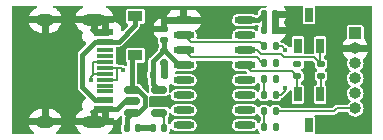
<source format=gbr>
%TF.GenerationSoftware,KiCad,Pcbnew,(6.0.0)*%
%TF.CreationDate,2022-02-12T21:10:29+08:00*%
%TF.ProjectId,USB-TTL-V1,5553422d-5454-44c2-9d56-312e6b696361,rev?*%
%TF.SameCoordinates,Original*%
%TF.FileFunction,Copper,L1,Top*%
%TF.FilePolarity,Positive*%
%FSLAX46Y46*%
G04 Gerber Fmt 4.6, Leading zero omitted, Abs format (unit mm)*
G04 Created by KiCad (PCBNEW (6.0.0)) date 2022-02-12 21:10:29*
%MOMM*%
%LPD*%
G01*
G04 APERTURE LIST*
G04 Aperture macros list*
%AMRoundRect*
0 Rectangle with rounded corners*
0 $1 Rounding radius*
0 $2 $3 $4 $5 $6 $7 $8 $9 X,Y pos of 4 corners*
0 Add a 4 corners polygon primitive as box body*
4,1,4,$2,$3,$4,$5,$6,$7,$8,$9,$2,$3,0*
0 Add four circle primitives for the rounded corners*
1,1,$1+$1,$2,$3*
1,1,$1+$1,$4,$5*
1,1,$1+$1,$6,$7*
1,1,$1+$1,$8,$9*
0 Add four rect primitives between the rounded corners*
20,1,$1+$1,$2,$3,$4,$5,0*
20,1,$1+$1,$4,$5,$6,$7,0*
20,1,$1+$1,$6,$7,$8,$9,0*
20,1,$1+$1,$8,$9,$2,$3,0*%
G04 Aperture macros list end*
%TA.AperFunction,SMDPad,CuDef*%
%ADD10RoundRect,0.135000X-0.135000X-0.185000X0.135000X-0.185000X0.135000X0.185000X-0.135000X0.185000X0*%
%TD*%
%TA.AperFunction,SMDPad,CuDef*%
%ADD11RoundRect,0.150000X-0.512500X-0.150000X0.512500X-0.150000X0.512500X0.150000X-0.512500X0.150000X0*%
%TD*%
%TA.AperFunction,SMDPad,CuDef*%
%ADD12RoundRect,0.147500X0.147500X0.172500X-0.147500X0.172500X-0.147500X-0.172500X0.147500X-0.172500X0*%
%TD*%
%TA.AperFunction,SMDPad,CuDef*%
%ADD13RoundRect,0.140000X-0.140000X-0.170000X0.140000X-0.170000X0.140000X0.170000X-0.140000X0.170000X0*%
%TD*%
%TA.AperFunction,SMDPad,CuDef*%
%ADD14RoundRect,0.140000X0.140000X0.170000X-0.140000X0.170000X-0.140000X-0.170000X0.140000X-0.170000X0*%
%TD*%
%TA.AperFunction,SMDPad,CuDef*%
%ADD15R,1.450000X0.600000*%
%TD*%
%TA.AperFunction,SMDPad,CuDef*%
%ADD16R,1.450000X0.300000*%
%TD*%
%TA.AperFunction,ComponentPad*%
%ADD17O,1.600000X1.000000*%
%TD*%
%TA.AperFunction,ComponentPad*%
%ADD18O,2.100000X1.000000*%
%TD*%
%TA.AperFunction,SMDPad,CuDef*%
%ADD19RoundRect,0.135000X0.185000X-0.135000X0.185000X0.135000X-0.185000X0.135000X-0.185000X-0.135000X0*%
%TD*%
%TA.AperFunction,SMDPad,CuDef*%
%ADD20R,0.650000X1.220000*%
%TD*%
%TA.AperFunction,SMDPad,CuDef*%
%ADD21RoundRect,0.135000X0.135000X0.185000X-0.135000X0.185000X-0.135000X-0.185000X0.135000X-0.185000X0*%
%TD*%
%TA.AperFunction,SMDPad,CuDef*%
%ADD22RoundRect,0.140000X0.170000X-0.140000X0.170000X0.140000X-0.170000X0.140000X-0.170000X-0.140000X0*%
%TD*%
%TA.AperFunction,ComponentPad*%
%ADD23R,1.000000X1.000000*%
%TD*%
%TA.AperFunction,ComponentPad*%
%ADD24O,1.000000X1.000000*%
%TD*%
%TA.AperFunction,SMDPad,CuDef*%
%ADD25RoundRect,0.140000X-0.170000X0.140000X-0.170000X-0.140000X0.170000X-0.140000X0.170000X0.140000X0*%
%TD*%
%TA.AperFunction,SMDPad,CuDef*%
%ADD26RoundRect,0.135000X-0.185000X0.135000X-0.185000X-0.135000X0.185000X-0.135000X0.185000X0.135000X0*%
%TD*%
%TA.AperFunction,SMDPad,CuDef*%
%ADD27R,1.200000X0.900000*%
%TD*%
%TA.AperFunction,SMDPad,CuDef*%
%ADD28O,1.800000X0.600000*%
%TD*%
%TA.AperFunction,ViaPad*%
%ADD29C,0.450000*%
%TD*%
%TA.AperFunction,Conductor*%
%ADD30C,0.400000*%
%TD*%
%TA.AperFunction,Conductor*%
%ADD31C,0.200000*%
%TD*%
G04 APERTURE END LIST*
D10*
%TO.P,R2,2*%
%TO.N,/TXD*%
X125000000Y-86594284D03*
%TO.P,R2,1*%
%TO.N,Net-(R2-Pad1)*%
X123980000Y-86594284D03*
%TD*%
D11*
%TO.P,U2,1,IN*%
%TO.N,+5VD*%
X112832500Y-88940000D03*
%TO.P,U2,2,GND*%
%TO.N,GND*%
X112832500Y-89890000D03*
%TO.P,U2,3,EN*%
%TO.N,+5VD*%
X112832500Y-90840000D03*
%TO.P,U2,4,BP*%
%TO.N,Net-(C6-Pad1)*%
X115107500Y-90840000D03*
%TO.P,U2,5,OUT*%
%TO.N,+3V3*%
X115107500Y-88940000D03*
%TD*%
D12*
%TO.P,D3,2,A*%
%TO.N,Net-(D3-Pad2)*%
X124005000Y-89337140D03*
%TO.P,D3,1,K*%
%TO.N,/RXD*%
X124975000Y-89337140D03*
%TD*%
%TO.P,D2,1,K*%
%TO.N,/TXD*%
X124975000Y-90708568D03*
%TO.P,D2,2,A*%
%TO.N,Net-(D2-Pad2)*%
X124005000Y-90708568D03*
%TD*%
D13*
%TO.P,C7,2*%
%TO.N,GND*%
X115570000Y-87610000D03*
%TO.P,C7,1*%
%TO.N,+3V3*%
X114610000Y-87610000D03*
%TD*%
D14*
%TO.P,C6,2*%
%TO.N,GND*%
X114570000Y-92150000D03*
%TO.P,C6,1*%
%TO.N,Net-(C6-Pad1)*%
X115530000Y-92150000D03*
%TD*%
D13*
%TO.P,C5,2*%
%TO.N,GND*%
X113340000Y-92150000D03*
%TO.P,C5,1*%
%TO.N,+5VD*%
X112380000Y-92150000D03*
%TD*%
D15*
%TO.P,J2,A1,GND*%
%TO.N,GND*%
X110555000Y-84040000D03*
%TO.P,J2,A4,VBUS*%
%TO.N,Net-(D1-Pad2)*%
X110555000Y-84840000D03*
D16*
%TO.P,J2,A5,CC1*%
%TO.N,unconnected-(J2-PadA5)*%
X110555000Y-86040000D03*
%TO.P,J2,A6,D+*%
%TO.N,Net-(J2-PadA6)*%
X110555000Y-87040000D03*
%TO.P,J2,A7,D-*%
%TO.N,Net-(J2-PadA7)*%
X110555000Y-87540000D03*
%TO.P,J2,A8,SBU1*%
%TO.N,unconnected-(J2-PadA8)*%
X110555000Y-88540000D03*
D15*
%TO.P,J2,A9,VBUS*%
%TO.N,Net-(D1-Pad2)*%
X110555000Y-89740000D03*
%TO.P,J2,A12,GND*%
%TO.N,GND*%
X110555000Y-90540000D03*
%TO.P,J2,B1,GND*%
X110555000Y-90540000D03*
%TO.P,J2,B4,VBUS*%
%TO.N,Net-(D1-Pad2)*%
X110555000Y-89740000D03*
D16*
%TO.P,J2,B5,CC2*%
%TO.N,unconnected-(J2-PadB5)*%
X110555000Y-89040000D03*
%TO.P,J2,B6,D+*%
%TO.N,Net-(J2-PadA6)*%
X110555000Y-88040000D03*
%TO.P,J2,B7,D-*%
%TO.N,Net-(J2-PadA7)*%
X110555000Y-86540000D03*
%TO.P,J2,B8,SBU2*%
%TO.N,unconnected-(J2-PadB8)*%
X110555000Y-85540000D03*
D15*
%TO.P,J2,B9,VBUS*%
%TO.N,Net-(D1-Pad2)*%
X110555000Y-84840000D03*
%TO.P,J2,B12,GND*%
%TO.N,GND*%
X110555000Y-84040000D03*
D17*
%TO.P,J2,S1,SHIELD*%
X105460000Y-91610000D03*
D18*
X109640000Y-91610000D03*
D17*
X105460000Y-82970000D03*
D18*
X109640000Y-82970000D03*
%TD*%
D19*
%TO.P,R4,1*%
%TO.N,Net-(Q2-Pad1)*%
X128820000Y-87750000D03*
%TO.P,R4,2*%
%TO.N,Net-(Q1-Pad2)*%
X128820000Y-86730000D03*
%TD*%
D20*
%TO.P,Q2,3,C*%
%TO.N,/GPIO0*%
X127810000Y-91920000D03*
%TO.P,Q2,2,E*%
%TO.N,Net-(Q2-Pad2)*%
X126860000Y-89300000D03*
%TO.P,Q2,1,B*%
%TO.N,Net-(Q2-Pad1)*%
X128760000Y-89300000D03*
%TD*%
D13*
%TO.P,C3,2*%
%TO.N,GND*%
X124950000Y-83861428D03*
%TO.P,C3,1*%
%TO.N,+3V3*%
X123990000Y-83861428D03*
%TD*%
D20*
%TO.P,Q1,3,C*%
%TO.N,/nRST*%
X127810000Y-82540000D03*
%TO.P,Q1,2,E*%
%TO.N,Net-(Q1-Pad2)*%
X128760000Y-85160000D03*
%TO.P,Q1,1,B*%
%TO.N,Net-(Q1-Pad1)*%
X126860000Y-85160000D03*
%TD*%
D13*
%TO.P,C1,1*%
%TO.N,+3V3*%
X123990000Y-82510000D03*
%TO.P,C1,2*%
%TO.N,GND*%
X124950000Y-82510000D03*
%TD*%
D21*
%TO.P,R1,2*%
%TO.N,Net-(R1-Pad2)*%
X123980000Y-85222856D03*
%TO.P,R1,1*%
%TO.N,/RXD*%
X125000000Y-85222856D03*
%TD*%
D22*
%TO.P,C2,2*%
%TO.N,GND*%
X115540000Y-83740000D03*
%TO.P,C2,1*%
%TO.N,+3V3*%
X115540000Y-84700000D03*
%TD*%
D23*
%TO.P,J1,1,Pin_1*%
%TO.N,+3V3*%
X131720000Y-84115000D03*
D24*
%TO.P,J1,2,Pin_2*%
%TO.N,GND*%
X131720000Y-85385000D03*
%TO.P,J1,3,Pin_3*%
%TO.N,/RST*%
X131720000Y-86655000D03*
%TO.P,J1,4,Pin_4*%
%TO.N,/GPIO0*%
X131720000Y-87925000D03*
%TO.P,J1,5,Pin_5*%
%TO.N,/RXD*%
X131720000Y-89195000D03*
%TO.P,J1,6,Pin_6*%
%TO.N,/TXD*%
X131720000Y-90465000D03*
%TD*%
D25*
%TO.P,C4,2*%
%TO.N,GND*%
X115540000Y-86600000D03*
%TO.P,C4,1*%
%TO.N,+3V3*%
X115540000Y-85640000D03*
%TD*%
D26*
%TO.P,R3,1*%
%TO.N,Net-(Q1-Pad1)*%
X126830000Y-86730000D03*
%TO.P,R3,2*%
%TO.N,Net-(Q2-Pad2)*%
X126830000Y-87750000D03*
%TD*%
D21*
%TO.P,R5,2*%
%TO.N,Net-(D2-Pad2)*%
X123980000Y-92080000D03*
%TO.P,R5,1*%
%TO.N,+3V3*%
X125000000Y-92080000D03*
%TD*%
D27*
%TO.P,D1,1,K*%
%TO.N,+5VD*%
X113100000Y-85980000D03*
%TO.P,D1,2,A*%
%TO.N,Net-(D1-Pad2)*%
X113100000Y-82680000D03*
%TD*%
D28*
%TO.P,U1,16,VCC*%
%TO.N,+3V3*%
X122390000Y-83005000D03*
%TO.P,U1,15,R232*%
%TO.N,unconnected-(U1-Pad15)*%
X122390000Y-84275000D03*
%TO.P,U1,14,~{RTS}*%
%TO.N,Net-(Q1-Pad2)*%
X122390000Y-85545000D03*
%TO.P,U1,13,~{DTR}*%
%TO.N,Net-(Q2-Pad2)*%
X122390000Y-86815000D03*
%TO.P,U1,12,~{DCD}*%
%TO.N,unconnected-(U1-Pad12)*%
X122390000Y-88085000D03*
%TO.P,U1,11,~{RI}*%
%TO.N,unconnected-(U1-Pad11)*%
X122390000Y-89355000D03*
%TO.P,U1,10,~{DSR}*%
%TO.N,unconnected-(U1-Pad10)*%
X122390000Y-90625000D03*
%TO.P,U1,9,~{CTS}*%
%TO.N,unconnected-(U1-Pad9)*%
X122390000Y-91895000D03*
%TO.P,U1,8,NC*%
%TO.N,unconnected-(U1-Pad8)*%
X117190000Y-91895000D03*
%TO.P,U1,7,NC*%
%TO.N,unconnected-(U1-Pad7)*%
X117190000Y-90625000D03*
%TO.P,U1,6,UD-*%
%TO.N,Net-(J2-PadA7)*%
X117190000Y-89355000D03*
%TO.P,U1,5,UD+*%
%TO.N,Net-(J2-PadA6)*%
X117190000Y-88085000D03*
%TO.P,U1,4,V3*%
%TO.N,+3V3*%
X117190000Y-86815000D03*
%TO.P,U1,3,RXD*%
%TO.N,Net-(R2-Pad1)*%
X117190000Y-85545000D03*
%TO.P,U1,2,TXD*%
%TO.N,Net-(R1-Pad2)*%
X117190000Y-84275000D03*
%TO.P,U1,1,GND*%
%TO.N,GND*%
X117190000Y-83005000D03*
%TD*%
D21*
%TO.P,R6,2*%
%TO.N,Net-(D3-Pad2)*%
X123980000Y-87965712D03*
%TO.P,R6,1*%
%TO.N,+3V3*%
X125000000Y-87965712D03*
%TD*%
D29*
%TO.N,GND*%
X129920000Y-88500000D03*
X129920000Y-87300000D03*
X129920000Y-85990000D03*
X129920000Y-85000000D03*
X130210556Y-83401331D03*
X132120000Y-82440000D03*
X131230000Y-82440000D03*
X130250000Y-82440000D03*
X120480000Y-83710000D03*
X119740000Y-83700000D03*
X119010000Y-83690000D03*
X114300000Y-83740000D03*
X115410000Y-82420000D03*
X114620000Y-82410000D03*
X113970000Y-92150000D03*
X111320000Y-92310000D03*
X111080000Y-91610000D03*
X106720000Y-88410000D03*
X106120000Y-88410000D03*
X105520000Y-88410000D03*
X104920000Y-88410000D03*
X104320000Y-88410000D03*
X106720000Y-87810000D03*
X106120000Y-87810000D03*
X105520000Y-87810000D03*
X104920000Y-87810000D03*
X104320000Y-87810000D03*
X106720000Y-87210000D03*
X106120000Y-87210000D03*
X105520000Y-87210000D03*
X104920000Y-87210000D03*
X104320000Y-87210000D03*
X106720000Y-86610000D03*
X106120000Y-86610000D03*
X105520000Y-86610000D03*
X104920000Y-86610000D03*
X104320000Y-86610000D03*
X106720000Y-86010000D03*
X106120000Y-86010000D03*
X105520000Y-86010000D03*
X104920000Y-86010000D03*
X104330000Y-86020000D03*
X120470000Y-83030000D03*
X119730000Y-83030000D03*
X119010000Y-83010000D03*
X120410000Y-82340000D03*
X119710000Y-82340000D03*
X118960000Y-82350000D03*
X129310000Y-82440000D03*
X129340000Y-83400000D03*
X126140000Y-83310000D03*
X126130000Y-82540000D03*
%TO.N,/GPIO0*%
X127830000Y-91920000D03*
%TO.N,/TXD*%
X124975000Y-90708568D03*
X125010000Y-86580000D03*
%TO.N,/RXD*%
X125800000Y-85510000D03*
X125760000Y-88790000D03*
%TO.N,Net-(Q1-Pad1)*%
X126830000Y-86730000D03*
X126860000Y-85160000D03*
%TO.N,+3V3*%
X125000000Y-92080000D03*
X125000000Y-87965712D03*
X123990000Y-83861428D03*
X122390000Y-83005000D03*
X117190000Y-86815000D03*
%TO.N,GND*%
X115590000Y-87724500D03*
X115570000Y-86630000D03*
%TO.N,Net-(J2-PadA6)*%
X117190000Y-88085000D03*
X112060000Y-87260000D03*
%TO.N,Net-(J2-PadA7)*%
X117190000Y-89340000D03*
X109310000Y-88070000D03*
%TD*%
D30*
%TO.N,GND*%
X113970000Y-92150000D02*
X114570000Y-92150000D01*
%TO.N,+3V3*%
X114610000Y-88442500D02*
X114610000Y-87610000D01*
X115107500Y-88940000D02*
X114610000Y-88442500D01*
D31*
%TO.N,Net-(J2-PadA6)*%
X111890489Y-87090489D02*
X112060000Y-87260000D01*
X111579511Y-87090489D02*
X111890489Y-87090489D01*
%TO.N,/GPIO0*%
X127810000Y-91920000D02*
X127830000Y-91920000D01*
%TO.N,/TXD*%
X129921432Y-90708568D02*
X130165000Y-90465000D01*
X124975000Y-90708568D02*
X129921432Y-90708568D01*
X130165000Y-90465000D02*
X131720000Y-90465000D01*
%TO.N,/RXD*%
X125760000Y-88970000D02*
X125760000Y-88790000D01*
X125392860Y-89337140D02*
X125760000Y-88970000D01*
X124975000Y-89337140D02*
X125392860Y-89337140D01*
%TO.N,/TXD*%
X125000000Y-86590000D02*
X125010000Y-86580000D01*
X125000000Y-86594284D02*
X125000000Y-86590000D01*
%TO.N,/RXD*%
X125512856Y-85222856D02*
X125800000Y-85510000D01*
%TO.N,Net-(Q1-Pad2)*%
X128250480Y-86160480D02*
X128820000Y-86730000D01*
X125708722Y-86160480D02*
X128250480Y-86160480D01*
X125448242Y-85900000D02*
X125708722Y-86160480D01*
X123367640Y-85545000D02*
X123722640Y-85900000D01*
X122390000Y-85545000D02*
X123367640Y-85545000D01*
%TO.N,/RXD*%
X125000000Y-85222856D02*
X125512856Y-85222856D01*
%TO.N,Net-(Q1-Pad2)*%
X123722640Y-85900000D02*
X125448242Y-85900000D01*
%TO.N,Net-(D2-Pad2)*%
X124005000Y-92055000D02*
X123980000Y-92080000D01*
X124005000Y-90708568D02*
X124005000Y-92055000D01*
%TO.N,Net-(D3-Pad2)*%
X123980000Y-89312140D02*
X124005000Y-89337140D01*
X123980000Y-87965712D02*
X123980000Y-89312140D01*
%TO.N,Net-(Q2-Pad2)*%
X126830000Y-89270000D02*
X126860000Y-89300000D01*
X126830000Y-87750000D02*
X126830000Y-89270000D01*
%TO.N,Net-(Q2-Pad1)*%
X128820000Y-87750000D02*
X128820000Y-89240000D01*
X128820000Y-89240000D02*
X128760000Y-89300000D01*
%TO.N,Net-(Q1-Pad2)*%
X128760000Y-86670000D02*
X128820000Y-86730000D01*
X128760000Y-85160000D02*
X128760000Y-86670000D01*
%TO.N,Net-(R2-Pad1)*%
X123402166Y-86144520D02*
X123851930Y-86594284D01*
X123851930Y-86594284D02*
X123980000Y-86594284D01*
X117190000Y-85545000D02*
X117789520Y-86144520D01*
X117789520Y-86144520D02*
X123402166Y-86144520D01*
%TO.N,Net-(Q2-Pad2)*%
X126379520Y-87299520D02*
X126830000Y-87750000D01*
X122874520Y-87299520D02*
X126379520Y-87299520D01*
X122390000Y-86815000D02*
X122874520Y-87299520D01*
%TO.N,Net-(R1-Pad2)*%
X117190000Y-84275000D02*
X117789520Y-84874520D01*
X117789520Y-84874520D02*
X123631664Y-84874520D01*
X123631664Y-84874520D02*
X123980000Y-85222856D01*
D30*
%TO.N,GND*%
X124950000Y-83861428D02*
X124950000Y-82510000D01*
%TO.N,+3V3*%
X123990000Y-82510000D02*
X123990000Y-83861428D01*
X123495000Y-83005000D02*
X123990000Y-82510000D01*
X122390000Y-83005000D02*
X123495000Y-83005000D01*
%TO.N,+5VD*%
X113085000Y-85995000D02*
X113100000Y-85980000D01*
%TO.N,+3V3*%
X115427004Y-85640000D02*
X115540000Y-85640000D01*
X114610000Y-86457004D02*
X115427004Y-85640000D01*
X114610000Y-87610000D02*
X114610000Y-86457004D01*
%TO.N,Net-(D1-Pad2)*%
X113100000Y-83420000D02*
X113100000Y-82680000D01*
X111680000Y-84840000D02*
X113100000Y-83420000D01*
X110555000Y-84840000D02*
X111680000Y-84840000D01*
D31*
%TO.N,Net-(J2-PadA7)*%
X109310000Y-87810978D02*
X109310000Y-88070000D01*
X109580978Y-87540000D02*
X109310000Y-87810978D01*
D30*
%TO.N,GND*%
X109640000Y-82970000D02*
X109640000Y-83125000D01*
%TO.N,Net-(D1-Pad2)*%
X109694629Y-84840000D02*
X110555000Y-84840000D01*
X108610000Y-85924629D02*
X109694629Y-84840000D01*
X108610000Y-88655371D02*
X108610000Y-85924629D01*
X109694629Y-89740000D02*
X108610000Y-88655371D01*
X110555000Y-89740000D02*
X109694629Y-89740000D01*
D31*
%TO.N,Net-(J2-PadA6)*%
X111579511Y-87989511D02*
X111579511Y-87090489D01*
X110555000Y-88040000D02*
X111529022Y-88040000D01*
X111529022Y-88040000D02*
X111579511Y-87989511D01*
X111579511Y-87090489D02*
X111529022Y-87040000D01*
X111529022Y-87040000D02*
X110555000Y-87040000D01*
%TO.N,Net-(J2-PadA7)*%
X109530489Y-86590489D02*
X109580978Y-86540000D01*
X109530489Y-87489511D02*
X109530489Y-86590489D01*
X109580978Y-86540000D02*
X110555000Y-86540000D01*
X109580978Y-87540000D02*
X109530489Y-87489511D01*
X110555000Y-87540000D02*
X109580978Y-87540000D01*
D30*
%TO.N,GND*%
X112832500Y-89890000D02*
X112229022Y-89890000D01*
X112229022Y-89890000D02*
X111579022Y-90540000D01*
X111579022Y-90540000D02*
X110555000Y-90540000D01*
%TO.N,+5VD*%
X113322138Y-88940000D02*
X112832500Y-88940000D01*
X113894520Y-89512382D02*
X113322138Y-88940000D01*
X113894520Y-90267618D02*
X113894520Y-89512382D01*
X113322138Y-90840000D02*
X113894520Y-90267618D01*
X112832500Y-90840000D02*
X113322138Y-90840000D01*
D31*
%TO.N,Net-(C6-Pad1)*%
X115530000Y-91262500D02*
X115107500Y-90840000D01*
X115530000Y-92150000D02*
X115530000Y-91262500D01*
D30*
%TO.N,GND*%
X113340000Y-92150000D02*
X113970000Y-92150000D01*
%TO.N,+5VD*%
X112380000Y-91292500D02*
X112380000Y-92150000D01*
X112832500Y-90840000D02*
X112380000Y-91292500D01*
X112832500Y-86247500D02*
X113085000Y-85995000D01*
X112832500Y-88940000D02*
X112832500Y-86247500D01*
%TO.N,+3V3*%
X115652996Y-85640000D02*
X115540000Y-85640000D01*
X116827996Y-86815000D02*
X115652996Y-85640000D01*
X117190000Y-86815000D02*
X116827996Y-86815000D01*
X115540000Y-85640000D02*
X115540000Y-84700000D01*
%TO.N,GND*%
X115570000Y-86630000D02*
X115540000Y-86600000D01*
%TD*%
%TA.AperFunction,Conductor*%
%TO.N,GND*%
G36*
X127249957Y-81788907D02*
G01*
X127285921Y-81838407D01*
X127288864Y-81888313D01*
X127284500Y-81910252D01*
X127284500Y-83169748D01*
X127285448Y-83174512D01*
X127293986Y-83217435D01*
X127296133Y-83228231D01*
X127340448Y-83294552D01*
X127406769Y-83338867D01*
X127416332Y-83340769D01*
X127416334Y-83340770D01*
X127439005Y-83345279D01*
X127465252Y-83350500D01*
X128154748Y-83350500D01*
X128180995Y-83345279D01*
X128203666Y-83340770D01*
X128203668Y-83340769D01*
X128213231Y-83338867D01*
X128279552Y-83294552D01*
X128323867Y-83228231D01*
X128326015Y-83217435D01*
X128334552Y-83174512D01*
X128335500Y-83169748D01*
X128335500Y-81910252D01*
X128331136Y-81888314D01*
X128338327Y-81827554D01*
X128379860Y-81782623D01*
X128428234Y-81770000D01*
X133041000Y-81770000D01*
X133099191Y-81788907D01*
X133135155Y-81838407D01*
X133140000Y-81869000D01*
X133140000Y-92571000D01*
X133121093Y-92629191D01*
X133071593Y-92665155D01*
X133041000Y-92670000D01*
X128432213Y-92670000D01*
X128374022Y-92651093D01*
X128338058Y-92601593D01*
X128335572Y-92559507D01*
X128334075Y-92559360D01*
X128334552Y-92554512D01*
X128335500Y-92549748D01*
X128335500Y-91290252D01*
X128328417Y-91254641D01*
X128325770Y-91241334D01*
X128325769Y-91241332D01*
X128323867Y-91231769D01*
X128279552Y-91165448D01*
X128282164Y-91163703D01*
X128261708Y-91123555D01*
X128271279Y-91063123D01*
X128314544Y-91019858D01*
X128359489Y-91009068D01*
X129867924Y-91009068D01*
X129872049Y-91009371D01*
X129876774Y-91010993D01*
X129926193Y-91009138D01*
X129929906Y-91009068D01*
X129949380Y-91009068D01*
X129953810Y-91008243D01*
X129959003Y-91007907D01*
X129975034Y-91007305D01*
X129979507Y-91007137D01*
X129988640Y-91006794D01*
X129997034Y-91003188D01*
X129997037Y-91003187D01*
X129999215Y-91002251D01*
X130020166Y-90995885D01*
X130031485Y-90993777D01*
X130054161Y-90979800D01*
X130067028Y-90973116D01*
X130085074Y-90965363D01*
X130085075Y-90965362D01*
X130091495Y-90962604D01*
X130096381Y-90958590D01*
X130100745Y-90954226D01*
X130118800Y-90939955D01*
X130126780Y-90935036D01*
X130144450Y-90911799D01*
X130153242Y-90901729D01*
X130260475Y-90794496D01*
X130314992Y-90766719D01*
X130330479Y-90765500D01*
X131025173Y-90765500D01*
X131083364Y-90784407D01*
X131107344Y-90809283D01*
X131185830Y-90926083D01*
X131311233Y-91040191D01*
X131460235Y-91121092D01*
X131519680Y-91136687D01*
X131618464Y-91162603D01*
X131618468Y-91162604D01*
X131624233Y-91164116D01*
X131630194Y-91164210D01*
X131630197Y-91164210D01*
X131708996Y-91165447D01*
X131793760Y-91166779D01*
X131799575Y-91165447D01*
X131799577Y-91165447D01*
X131953206Y-91130262D01*
X131953209Y-91130261D01*
X131959029Y-91128928D01*
X131974610Y-91121092D01*
X132086943Y-91064594D01*
X132110498Y-91052747D01*
X132115035Y-91048872D01*
X132115038Y-91048870D01*
X132234888Y-90946508D01*
X132234891Y-90946505D01*
X132239423Y-90942634D01*
X132261573Y-90911809D01*
X132334877Y-90809796D01*
X132334878Y-90809794D01*
X132338361Y-90804947D01*
X132342563Y-90794496D01*
X132399377Y-90653167D01*
X132399378Y-90653165D01*
X132401601Y-90647634D01*
X132403424Y-90634828D01*
X132425034Y-90482985D01*
X132425034Y-90482979D01*
X132425490Y-90479778D01*
X132425645Y-90465000D01*
X132412266Y-90354444D01*
X132405993Y-90302602D01*
X132405992Y-90302599D01*
X132405276Y-90296680D01*
X132345345Y-90138077D01*
X132336420Y-90125090D01*
X132252692Y-90003267D01*
X132249312Y-89998349D01*
X132142554Y-89903230D01*
X132111684Y-89850404D01*
X132117761Y-89789521D01*
X132144117Y-89754034D01*
X132234884Y-89676512D01*
X132234890Y-89676506D01*
X132239423Y-89672634D01*
X132246989Y-89662105D01*
X132334877Y-89539796D01*
X132334878Y-89539794D01*
X132338361Y-89534947D01*
X132360106Y-89480857D01*
X132399377Y-89383167D01*
X132399378Y-89383165D01*
X132401601Y-89377634D01*
X132404661Y-89356135D01*
X132425034Y-89212985D01*
X132425034Y-89212979D01*
X132425490Y-89209778D01*
X132425645Y-89195000D01*
X132409774Y-89063846D01*
X132405993Y-89032602D01*
X132405992Y-89032599D01*
X132405276Y-89026680D01*
X132345345Y-88868077D01*
X132336420Y-88855090D01*
X132252692Y-88733267D01*
X132249312Y-88728349D01*
X132142554Y-88633230D01*
X132111684Y-88580404D01*
X132117761Y-88519521D01*
X132144117Y-88484034D01*
X132234884Y-88406512D01*
X132234890Y-88406506D01*
X132239423Y-88402634D01*
X132248142Y-88390500D01*
X132334877Y-88269796D01*
X132334878Y-88269794D01*
X132338361Y-88264947D01*
X132350426Y-88234936D01*
X132399377Y-88113167D01*
X132399378Y-88113165D01*
X132401601Y-88107634D01*
X132404661Y-88086135D01*
X132425034Y-87942985D01*
X132425034Y-87942979D01*
X132425490Y-87939778D01*
X132425645Y-87925000D01*
X132412927Y-87819901D01*
X132405993Y-87762602D01*
X132405992Y-87762599D01*
X132405276Y-87756680D01*
X132345345Y-87598077D01*
X132336420Y-87585090D01*
X132257328Y-87470013D01*
X132249312Y-87458349D01*
X132142554Y-87363230D01*
X132111684Y-87310404D01*
X132117761Y-87249521D01*
X132144117Y-87214034D01*
X132234884Y-87136512D01*
X132234890Y-87136506D01*
X132239423Y-87132634D01*
X132242904Y-87127790D01*
X132334877Y-86999796D01*
X132334878Y-86999794D01*
X132338361Y-86994947D01*
X132344325Y-86980113D01*
X132399377Y-86843167D01*
X132399378Y-86843165D01*
X132401601Y-86837634D01*
X132403198Y-86826415D01*
X132425034Y-86672985D01*
X132425034Y-86672979D01*
X132425490Y-86669778D01*
X132425645Y-86655000D01*
X132411707Y-86539821D01*
X132405993Y-86492602D01*
X132405992Y-86492599D01*
X132405276Y-86486680D01*
X132360983Y-86369462D01*
X132358101Y-86308345D01*
X132390288Y-86258353D01*
X132497650Y-86169061D01*
X132504061Y-86162650D01*
X132627518Y-86014209D01*
X132632641Y-86006755D01*
X132726989Y-85838286D01*
X132730665Y-85830030D01*
X132774855Y-85699849D01*
X132775001Y-85688693D01*
X132763884Y-85685000D01*
X130676869Y-85685000D01*
X130664959Y-85688870D01*
X130664641Y-85698591D01*
X130677534Y-85749359D01*
X130680554Y-85757887D01*
X130761386Y-85933225D01*
X130765917Y-85941072D01*
X130877348Y-86098744D01*
X130883222Y-86105622D01*
X131021527Y-86240352D01*
X131028562Y-86246049D01*
X131040967Y-86254338D01*
X131078846Y-86302388D01*
X131081248Y-86363526D01*
X131078202Y-86372615D01*
X131045000Y-86457774D01*
X131036524Y-86479513D01*
X131035745Y-86485428D01*
X131035745Y-86485429D01*
X131033877Y-86499622D01*
X131014394Y-86647611D01*
X131015049Y-86653544D01*
X131015049Y-86653548D01*
X131031753Y-86804848D01*
X131032999Y-86816135D01*
X131091266Y-86975356D01*
X131094591Y-86980305D01*
X131094592Y-86980306D01*
X131107167Y-86999020D01*
X131185830Y-87116083D01*
X131297374Y-87217580D01*
X131327687Y-87270725D01*
X131320973Y-87331541D01*
X131295824Y-87365404D01*
X131224704Y-87427446D01*
X131195604Y-87452831D01*
X131192173Y-87457713D01*
X131192172Y-87457714D01*
X131173460Y-87484339D01*
X131098113Y-87591547D01*
X131036524Y-87749513D01*
X131014394Y-87917611D01*
X131015049Y-87923544D01*
X131015049Y-87923548D01*
X131031618Y-88073627D01*
X131032999Y-88086135D01*
X131091266Y-88245356D01*
X131094591Y-88250305D01*
X131094592Y-88250306D01*
X131130012Y-88303016D01*
X131185830Y-88386083D01*
X131297374Y-88487580D01*
X131327687Y-88540725D01*
X131320973Y-88601541D01*
X131295824Y-88635404D01*
X131195604Y-88722831D01*
X131192173Y-88727713D01*
X131192172Y-88727714D01*
X131123385Y-88825588D01*
X131098113Y-88861547D01*
X131036524Y-89019513D01*
X131035745Y-89025428D01*
X131035745Y-89025429D01*
X131033669Y-89041202D01*
X131014394Y-89187611D01*
X131015049Y-89193544D01*
X131015049Y-89193548D01*
X131029925Y-89328292D01*
X131032999Y-89356135D01*
X131091266Y-89515356D01*
X131094591Y-89520305D01*
X131094592Y-89520306D01*
X131126995Y-89568527D01*
X131185830Y-89656083D01*
X131297374Y-89757580D01*
X131327687Y-89810725D01*
X131320973Y-89871541D01*
X131295824Y-89905404D01*
X131195604Y-89992831D01*
X131192173Y-89997713D01*
X131192172Y-89997714D01*
X131104524Y-90122425D01*
X131055595Y-90159162D01*
X131023527Y-90164500D01*
X130218508Y-90164500D01*
X130214383Y-90164197D01*
X130209658Y-90162575D01*
X130160239Y-90164430D01*
X130156526Y-90164500D01*
X130137052Y-90164500D01*
X130132622Y-90165325D01*
X130127429Y-90165661D01*
X130111398Y-90166263D01*
X130106925Y-90166431D01*
X130097792Y-90166774D01*
X130089398Y-90170380D01*
X130089395Y-90170381D01*
X130087217Y-90171317D01*
X130066266Y-90177683D01*
X130054947Y-90179791D01*
X130040663Y-90188596D01*
X130032272Y-90193768D01*
X130019404Y-90200452D01*
X130001358Y-90208205D01*
X130001357Y-90208206D01*
X129994937Y-90210964D01*
X129990051Y-90214978D01*
X129985687Y-90219342D01*
X129967632Y-90233613D01*
X129959652Y-90238532D01*
X129941982Y-90261769D01*
X129933190Y-90271839D01*
X129825957Y-90379072D01*
X129771440Y-90406849D01*
X129755953Y-90408068D01*
X125509046Y-90408068D01*
X125450855Y-90389161D01*
X125420179Y-90352700D01*
X125418045Y-90348354D01*
X125409372Y-90330688D01*
X125403581Y-90324907D01*
X125333170Y-90254618D01*
X125333167Y-90254616D01*
X125327379Y-90248838D01*
X125223294Y-90197960D01*
X125173771Y-90190735D01*
X125159031Y-90188585D01*
X125159029Y-90188585D01*
X125155486Y-90188068D01*
X124794514Y-90188068D01*
X124790931Y-90188596D01*
X124790924Y-90188596D01*
X124733729Y-90197016D01*
X124733727Y-90197017D01*
X124726116Y-90198137D01*
X124719210Y-90201528D01*
X124719209Y-90201528D01*
X124691798Y-90214986D01*
X124622120Y-90249196D01*
X124616339Y-90254987D01*
X124560101Y-90311323D01*
X124505609Y-90339148D01*
X124445169Y-90329629D01*
X124420094Y-90311444D01*
X124410564Y-90301930D01*
X124357379Y-90248838D01*
X124253294Y-90197960D01*
X124203771Y-90190735D01*
X124189031Y-90188585D01*
X124189029Y-90188585D01*
X124185486Y-90188068D01*
X123824514Y-90188068D01*
X123820931Y-90188596D01*
X123820924Y-90188596D01*
X123763729Y-90197016D01*
X123763727Y-90197017D01*
X123756116Y-90198137D01*
X123749210Y-90201528D01*
X123749209Y-90201528D01*
X123721798Y-90214986D01*
X123652120Y-90249196D01*
X123570270Y-90331189D01*
X123566676Y-90338543D01*
X123564454Y-90341657D01*
X123515270Y-90378052D01*
X123454087Y-90378586D01*
X123404275Y-90343056D01*
X123400129Y-90336996D01*
X123378833Y-90303244D01*
X123375070Y-90297280D01*
X123369786Y-90292613D01*
X123369784Y-90292611D01*
X123272897Y-90207044D01*
X123272895Y-90207042D01*
X123267612Y-90202377D01*
X123260454Y-90199016D01*
X123201457Y-90171317D01*
X123137837Y-90141447D01*
X123130866Y-90140362D01*
X123130864Y-90140361D01*
X123084593Y-90133157D01*
X123028991Y-90124500D01*
X121754060Y-90124500D01*
X121750570Y-90125000D01*
X121750567Y-90125000D01*
X121704852Y-90131547D01*
X121648082Y-90139677D01*
X121641659Y-90142597D01*
X121641660Y-90142597D01*
X121540490Y-90188596D01*
X121517572Y-90199016D01*
X121408963Y-90292600D01*
X121330985Y-90412905D01*
X121289907Y-90550261D01*
X121289031Y-90693624D01*
X121290968Y-90700401D01*
X121290968Y-90700402D01*
X121322087Y-90809283D01*
X121328428Y-90831471D01*
X121404930Y-90952720D01*
X121410214Y-90957387D01*
X121410216Y-90957389D01*
X121507103Y-91042956D01*
X121507105Y-91042958D01*
X121512388Y-91047623D01*
X121518770Y-91050619D01*
X121518771Y-91050620D01*
X121529014Y-91055429D01*
X121642163Y-91108553D01*
X121649134Y-91109638D01*
X121649136Y-91109639D01*
X121694621Y-91116721D01*
X121751009Y-91125500D01*
X123025940Y-91125500D01*
X123029430Y-91125000D01*
X123029433Y-91125000D01*
X123084041Y-91117179D01*
X123131918Y-91110323D01*
X123184429Y-91086448D01*
X123256004Y-91053905D01*
X123256005Y-91053904D01*
X123262428Y-91050984D01*
X123369734Y-90958523D01*
X123426156Y-90934863D01*
X123485713Y-90948886D01*
X123523222Y-90989892D01*
X123570628Y-91086448D01*
X123576419Y-91092229D01*
X123646829Y-91162517D01*
X123646832Y-91162519D01*
X123652621Y-91168298D01*
X123659972Y-91171891D01*
X123662989Y-91174043D01*
X123699384Y-91223228D01*
X123704500Y-91254641D01*
X123704500Y-91527790D01*
X123685593Y-91585981D01*
X123662284Y-91608886D01*
X123657442Y-91612276D01*
X123649596Y-91615935D01*
X123587710Y-91677821D01*
X123533193Y-91705598D01*
X123472761Y-91696027D01*
X123433979Y-91660645D01*
X123378833Y-91573244D01*
X123375070Y-91567280D01*
X123369786Y-91562613D01*
X123369784Y-91562611D01*
X123272897Y-91477044D01*
X123272895Y-91477042D01*
X123267612Y-91472377D01*
X123260454Y-91469016D01*
X123224877Y-91452313D01*
X123137837Y-91411447D01*
X123130866Y-91410362D01*
X123130864Y-91410361D01*
X123085379Y-91403279D01*
X123028991Y-91394500D01*
X121754060Y-91394500D01*
X121750570Y-91395000D01*
X121750567Y-91395000D01*
X121695959Y-91402821D01*
X121648082Y-91409677D01*
X121517572Y-91469016D01*
X121408963Y-91562600D01*
X121330985Y-91682905D01*
X121289907Y-91820261D01*
X121289031Y-91963624D01*
X121290968Y-91970401D01*
X121290968Y-91970402D01*
X121318161Y-92065546D01*
X121328428Y-92101471D01*
X121404930Y-92222720D01*
X121410214Y-92227387D01*
X121410216Y-92227389D01*
X121507103Y-92312956D01*
X121507105Y-92312958D01*
X121512388Y-92317623D01*
X121518770Y-92320619D01*
X121518771Y-92320620D01*
X121540880Y-92331000D01*
X121642163Y-92378553D01*
X121649134Y-92379638D01*
X121649136Y-92379639D01*
X121694621Y-92386721D01*
X121751009Y-92395500D01*
X123025940Y-92395500D01*
X123029430Y-92395000D01*
X123029433Y-92395000D01*
X123084041Y-92387179D01*
X123131918Y-92380323D01*
X123191632Y-92353173D01*
X123256004Y-92323905D01*
X123256005Y-92323904D01*
X123262428Y-92320984D01*
X123347448Y-92247726D01*
X123403870Y-92224066D01*
X123463427Y-92238089D01*
X123503367Y-92284441D01*
X123510222Y-92309803D01*
X123514943Y-92345661D01*
X123515932Y-92353173D01*
X123519135Y-92360041D01*
X123519135Y-92360042D01*
X123543889Y-92413126D01*
X123565935Y-92460404D01*
X123606527Y-92500996D01*
X123634304Y-92555513D01*
X123624733Y-92615945D01*
X123581468Y-92659210D01*
X123536523Y-92670000D01*
X116035355Y-92670000D01*
X115977164Y-92651093D01*
X115941200Y-92601593D01*
X115941200Y-92540407D01*
X115951210Y-92520330D01*
X115953224Y-92518316D01*
X116003972Y-92409487D01*
X116010500Y-92359901D01*
X116010500Y-92256999D01*
X116029407Y-92198808D01*
X116078907Y-92162844D01*
X116140093Y-92162844D01*
X116189593Y-92198808D01*
X116193225Y-92204168D01*
X116204930Y-92222720D01*
X116210214Y-92227387D01*
X116210216Y-92227389D01*
X116307103Y-92312956D01*
X116307105Y-92312958D01*
X116312388Y-92317623D01*
X116318770Y-92320619D01*
X116318771Y-92320620D01*
X116340880Y-92331000D01*
X116442163Y-92378553D01*
X116449134Y-92379638D01*
X116449136Y-92379639D01*
X116494621Y-92386721D01*
X116551009Y-92395500D01*
X117825940Y-92395500D01*
X117829430Y-92395000D01*
X117829433Y-92395000D01*
X117884041Y-92387179D01*
X117931918Y-92380323D01*
X117991632Y-92353173D01*
X118056004Y-92323905D01*
X118056005Y-92323904D01*
X118062428Y-92320984D01*
X118138728Y-92255239D01*
X118165693Y-92232005D01*
X118165694Y-92232004D01*
X118171037Y-92227400D01*
X118249015Y-92107095D01*
X118290093Y-91969739D01*
X118290969Y-91826376D01*
X118280545Y-91789904D01*
X118253510Y-91695309D01*
X118253509Y-91695307D01*
X118251572Y-91688529D01*
X118175070Y-91567280D01*
X118169786Y-91562613D01*
X118169784Y-91562611D01*
X118072897Y-91477044D01*
X118072895Y-91477042D01*
X118067612Y-91472377D01*
X118060454Y-91469016D01*
X118024877Y-91452313D01*
X117937837Y-91411447D01*
X117930866Y-91410362D01*
X117930864Y-91410361D01*
X117885379Y-91403279D01*
X117828991Y-91394500D01*
X116554060Y-91394500D01*
X116550570Y-91395000D01*
X116550567Y-91395000D01*
X116495959Y-91402821D01*
X116448082Y-91409677D01*
X116317572Y-91469016D01*
X116208963Y-91562600D01*
X116130985Y-91682905D01*
X116128964Y-91689664D01*
X116128963Y-91689666D01*
X116114859Y-91736827D01*
X116080072Y-91787161D01*
X116022343Y-91807435D01*
X115963723Y-91789904D01*
X115950006Y-91778466D01*
X115868316Y-91696776D01*
X115868713Y-91696379D01*
X115835896Y-91652834D01*
X115830500Y-91620597D01*
X115830500Y-91316237D01*
X115849407Y-91258046D01*
X115859430Y-91246300D01*
X115909293Y-91196350D01*
X115960536Y-91091518D01*
X115961645Y-91083916D01*
X115961646Y-91083913D01*
X115969983Y-91026763D01*
X115969983Y-91026761D01*
X115970500Y-91023218D01*
X115970500Y-90923603D01*
X115989407Y-90865412D01*
X116038907Y-90829448D01*
X116100093Y-90829448D01*
X116149593Y-90865412D01*
X116153225Y-90870772D01*
X116204930Y-90952720D01*
X116210214Y-90957387D01*
X116210216Y-90957389D01*
X116307103Y-91042956D01*
X116307105Y-91042958D01*
X116312388Y-91047623D01*
X116318770Y-91050619D01*
X116318771Y-91050620D01*
X116329014Y-91055429D01*
X116442163Y-91108553D01*
X116449134Y-91109638D01*
X116449136Y-91109639D01*
X116494621Y-91116721D01*
X116551009Y-91125500D01*
X117825940Y-91125500D01*
X117829430Y-91125000D01*
X117829433Y-91125000D01*
X117884041Y-91117179D01*
X117931918Y-91110323D01*
X117984429Y-91086448D01*
X118056004Y-91053905D01*
X118056005Y-91053904D01*
X118062428Y-91050984D01*
X118162494Y-90964761D01*
X118165693Y-90962005D01*
X118165694Y-90962004D01*
X118171037Y-90957400D01*
X118249015Y-90837095D01*
X118290093Y-90699739D01*
X118290969Y-90556376D01*
X118288767Y-90548670D01*
X118253510Y-90425309D01*
X118253509Y-90425307D01*
X118251572Y-90418529D01*
X118175070Y-90297280D01*
X118169786Y-90292613D01*
X118169784Y-90292611D01*
X118072897Y-90207044D01*
X118072895Y-90207042D01*
X118067612Y-90202377D01*
X118060454Y-90199016D01*
X118001457Y-90171317D01*
X117937837Y-90141447D01*
X117930866Y-90140362D01*
X117930864Y-90140361D01*
X117884593Y-90133157D01*
X117828991Y-90124500D01*
X116554060Y-90124500D01*
X116550570Y-90125000D01*
X116550567Y-90125000D01*
X116504852Y-90131547D01*
X116448082Y-90139677D01*
X116441659Y-90142597D01*
X116441660Y-90142597D01*
X116340490Y-90188596D01*
X116317572Y-90199016D01*
X116208963Y-90292600D01*
X116130985Y-90412905D01*
X116128964Y-90419663D01*
X116128963Y-90419665D01*
X116106255Y-90495595D01*
X116071467Y-90545929D01*
X116013738Y-90566202D01*
X115955118Y-90548670D01*
X115922539Y-90510859D01*
X115912540Y-90490492D01*
X115912537Y-90490488D01*
X115908932Y-90483145D01*
X115902321Y-90476545D01*
X115832140Y-90406487D01*
X115826350Y-90400707D01*
X115721518Y-90349464D01*
X115713916Y-90348355D01*
X115713913Y-90348354D01*
X115656763Y-90340017D01*
X115656761Y-90340017D01*
X115653218Y-90339500D01*
X114561782Y-90339500D01*
X114558199Y-90340028D01*
X114558192Y-90340028D01*
X114500501Y-90348521D01*
X114500499Y-90348522D01*
X114492888Y-90349642D01*
X114485982Y-90353033D01*
X114485981Y-90353033D01*
X114437651Y-90376762D01*
X114377084Y-90385436D01*
X114322986Y-90356852D01*
X114296020Y-90301930D01*
X114295020Y-90287895D01*
X114295020Y-89492112D01*
X114313927Y-89433921D01*
X114363427Y-89397957D01*
X114424613Y-89397957D01*
X114437486Y-89403165D01*
X114493482Y-89430536D01*
X114501084Y-89431645D01*
X114501087Y-89431646D01*
X114558237Y-89439983D01*
X114558239Y-89439983D01*
X114561782Y-89440500D01*
X115653218Y-89440500D01*
X115656801Y-89439972D01*
X115656808Y-89439972D01*
X115714499Y-89431479D01*
X115714501Y-89431478D01*
X115722112Y-89430358D01*
X115826855Y-89378932D01*
X115834048Y-89371727D01*
X115877407Y-89328292D01*
X115909293Y-89296350D01*
X115911361Y-89292118D01*
X115959063Y-89256823D01*
X116020246Y-89256289D01*
X116070058Y-89291821D01*
X116089473Y-89351312D01*
X116089031Y-89423624D01*
X116128428Y-89561471D01*
X116204930Y-89682720D01*
X116210214Y-89687387D01*
X116210216Y-89687389D01*
X116307103Y-89772956D01*
X116307105Y-89772958D01*
X116312388Y-89777623D01*
X116318770Y-89780619D01*
X116318771Y-89780620D01*
X116340285Y-89790721D01*
X116442163Y-89838553D01*
X116449134Y-89839638D01*
X116449136Y-89839639D01*
X116479543Y-89844373D01*
X116551009Y-89855500D01*
X117825940Y-89855500D01*
X117829430Y-89855000D01*
X117829433Y-89855000D01*
X117884041Y-89847179D01*
X117931918Y-89840323D01*
X118020345Y-89800118D01*
X118056004Y-89783905D01*
X118056005Y-89783904D01*
X118062428Y-89780984D01*
X118171037Y-89687400D01*
X118249015Y-89567095D01*
X118290093Y-89429739D01*
X118290969Y-89286376D01*
X118288259Y-89276895D01*
X118253510Y-89155309D01*
X118253509Y-89155307D01*
X118251572Y-89148529D01*
X118175070Y-89027280D01*
X118169786Y-89022613D01*
X118169784Y-89022611D01*
X118072897Y-88937044D01*
X118072895Y-88937042D01*
X118067612Y-88932377D01*
X118060454Y-88929016D01*
X118024877Y-88912313D01*
X117937837Y-88871447D01*
X117930866Y-88870362D01*
X117930864Y-88870361D01*
X117884593Y-88863157D01*
X117828991Y-88854500D01*
X116554060Y-88854500D01*
X116550570Y-88855000D01*
X116550567Y-88855000D01*
X116504852Y-88861547D01*
X116448082Y-88869677D01*
X116438218Y-88874162D01*
X116345584Y-88916280D01*
X116317572Y-88929016D01*
X116208963Y-89022600D01*
X116173113Y-89077910D01*
X116152575Y-89109596D01*
X116105059Y-89148142D01*
X116043960Y-89151398D01*
X115992617Y-89118119D01*
X115970500Y-89055749D01*
X115970500Y-88756782D01*
X115969378Y-88749155D01*
X115961479Y-88695501D01*
X115961478Y-88695499D01*
X115960358Y-88687888D01*
X115947659Y-88662022D01*
X115921148Y-88608026D01*
X115912474Y-88547459D01*
X115941058Y-88493360D01*
X115978683Y-88470484D01*
X116020589Y-88456503D01*
X116030936Y-88451657D01*
X116096647Y-88410993D01*
X116156079Y-88396450D01*
X116214276Y-88420974D01*
X116222049Y-88427839D01*
X116307103Y-88502956D01*
X116307105Y-88502958D01*
X116312388Y-88507623D01*
X116318770Y-88510619D01*
X116318771Y-88510620D01*
X116355123Y-88527687D01*
X116442163Y-88568553D01*
X116449134Y-88569638D01*
X116449136Y-88569639D01*
X116481926Y-88574744D01*
X116551009Y-88585500D01*
X117825940Y-88585500D01*
X117829430Y-88585000D01*
X117829433Y-88585000D01*
X117901047Y-88574744D01*
X117931918Y-88570323D01*
X117998547Y-88540029D01*
X118056004Y-88513905D01*
X118056005Y-88513904D01*
X118062428Y-88510984D01*
X118134910Y-88448529D01*
X118165693Y-88422005D01*
X118165694Y-88422004D01*
X118171037Y-88417400D01*
X118249015Y-88297095D01*
X118290093Y-88159739D01*
X118290829Y-88039362D01*
X118290926Y-88023427D01*
X118290926Y-88023426D01*
X118290969Y-88016376D01*
X118280585Y-87980042D01*
X118253510Y-87885309D01*
X118253509Y-87885307D01*
X118251572Y-87878529D01*
X118175070Y-87757280D01*
X118169786Y-87752613D01*
X118169784Y-87752611D01*
X118072897Y-87667044D01*
X118072895Y-87667042D01*
X118067612Y-87662377D01*
X118060454Y-87659016D01*
X118019005Y-87639556D01*
X117937837Y-87601447D01*
X117930866Y-87600362D01*
X117930864Y-87600361D01*
X117884593Y-87593157D01*
X117828991Y-87584500D01*
X116554060Y-87584500D01*
X116554060Y-87584119D01*
X116496654Y-87569891D01*
X116457260Y-87523075D01*
X116449999Y-87485861D01*
X116449999Y-87414344D01*
X116468906Y-87356153D01*
X116518406Y-87320189D01*
X116551009Y-87316313D01*
X116551009Y-87315500D01*
X117825940Y-87315500D01*
X117829430Y-87315000D01*
X117829433Y-87315000D01*
X117884041Y-87307179D01*
X117931918Y-87300323D01*
X118062428Y-87240984D01*
X118171037Y-87147400D01*
X118249015Y-87027095D01*
X118290093Y-86889739D01*
X118290969Y-86746376D01*
X118271604Y-86678619D01*
X118253510Y-86615309D01*
X118253509Y-86615307D01*
X118251572Y-86608529D01*
X118244201Y-86596846D01*
X118229141Y-86537544D01*
X118251814Y-86480715D01*
X118303561Y-86448066D01*
X118327929Y-86445020D01*
X121251175Y-86445020D01*
X121309366Y-86463927D01*
X121345330Y-86513427D01*
X121345330Y-86574613D01*
X121337732Y-86590562D01*
X121337780Y-86590584D01*
X121334823Y-86596984D01*
X121330985Y-86602905D01*
X121289907Y-86740261D01*
X121289031Y-86883624D01*
X121290968Y-86890401D01*
X121290968Y-86890402D01*
X121320627Y-86994175D01*
X121328428Y-87021471D01*
X121404930Y-87142720D01*
X121410214Y-87147387D01*
X121410216Y-87147389D01*
X121507103Y-87232956D01*
X121507105Y-87232958D01*
X121512388Y-87237623D01*
X121518770Y-87240619D01*
X121518771Y-87240620D01*
X121537764Y-87249537D01*
X121642163Y-87298553D01*
X121649134Y-87299638D01*
X121649136Y-87299639D01*
X121694621Y-87306721D01*
X121751009Y-87315500D01*
X122424521Y-87315500D01*
X122482712Y-87334407D01*
X122494525Y-87344496D01*
X122565525Y-87415496D01*
X122593302Y-87470013D01*
X122583731Y-87530445D01*
X122540466Y-87573710D01*
X122495521Y-87584500D01*
X121754060Y-87584500D01*
X121750570Y-87585000D01*
X121750567Y-87585000D01*
X121704852Y-87591547D01*
X121648082Y-87599677D01*
X121639324Y-87603659D01*
X121542628Y-87647624D01*
X121517572Y-87659016D01*
X121408963Y-87752600D01*
X121330985Y-87872905D01*
X121289907Y-88010261D01*
X121289709Y-88042712D01*
X121289088Y-88144374D01*
X121289031Y-88153624D01*
X121290968Y-88160401D01*
X121290968Y-88160402D01*
X121324426Y-88277467D01*
X121328428Y-88291471D01*
X121332191Y-88297435D01*
X121383694Y-88379062D01*
X121404930Y-88412720D01*
X121410214Y-88417387D01*
X121410216Y-88417389D01*
X121507103Y-88502956D01*
X121507105Y-88502958D01*
X121512388Y-88507623D01*
X121518770Y-88510619D01*
X121518771Y-88510620D01*
X121555123Y-88527687D01*
X121642163Y-88568553D01*
X121649134Y-88569638D01*
X121649136Y-88569639D01*
X121681926Y-88574744D01*
X121751009Y-88585500D01*
X123025940Y-88585500D01*
X123029430Y-88585000D01*
X123029433Y-88585000D01*
X123101047Y-88574744D01*
X123131918Y-88570323D01*
X123198547Y-88540029D01*
X123256004Y-88513905D01*
X123256005Y-88513904D01*
X123262428Y-88510984D01*
X123334910Y-88448529D01*
X123365693Y-88422005D01*
X123365694Y-88422004D01*
X123371037Y-88417400D01*
X123409695Y-88357758D01*
X123457211Y-88319212D01*
X123518310Y-88315956D01*
X123565505Y-88346546D01*
X123565935Y-88346116D01*
X123649596Y-88429777D01*
X123647070Y-88432303D01*
X123674111Y-88468200D01*
X123679500Y-88500417D01*
X123679500Y-88809384D01*
X123660593Y-88867575D01*
X123650573Y-88879318D01*
X123570270Y-88959761D01*
X123566678Y-88967110D01*
X123566677Y-88967111D01*
X123559614Y-88981560D01*
X123543990Y-89013524D01*
X123501450Y-89057499D01*
X123441185Y-89068072D01*
X123386215Y-89041202D01*
X123379657Y-89034212D01*
X123378832Y-89033243D01*
X123375070Y-89027280D01*
X123369786Y-89022613D01*
X123369784Y-89022611D01*
X123272897Y-88937044D01*
X123272895Y-88937042D01*
X123267612Y-88932377D01*
X123260454Y-88929016D01*
X123224877Y-88912313D01*
X123137837Y-88871447D01*
X123130866Y-88870362D01*
X123130864Y-88870361D01*
X123084593Y-88863157D01*
X123028991Y-88854500D01*
X121754060Y-88854500D01*
X121750570Y-88855000D01*
X121750567Y-88855000D01*
X121704852Y-88861547D01*
X121648082Y-88869677D01*
X121638218Y-88874162D01*
X121545584Y-88916280D01*
X121517572Y-88929016D01*
X121408963Y-89022600D01*
X121330985Y-89142905D01*
X121289907Y-89280261D01*
X121289031Y-89423624D01*
X121328428Y-89561471D01*
X121404930Y-89682720D01*
X121410214Y-89687387D01*
X121410216Y-89687389D01*
X121507103Y-89772956D01*
X121507105Y-89772958D01*
X121512388Y-89777623D01*
X121518770Y-89780619D01*
X121518771Y-89780620D01*
X121540285Y-89790721D01*
X121642163Y-89838553D01*
X121649134Y-89839638D01*
X121649136Y-89839639D01*
X121679543Y-89844373D01*
X121751009Y-89855500D01*
X123025940Y-89855500D01*
X123029430Y-89855000D01*
X123029433Y-89855000D01*
X123084041Y-89847179D01*
X123131918Y-89840323D01*
X123220345Y-89800118D01*
X123256004Y-89783905D01*
X123256005Y-89783904D01*
X123262428Y-89780984D01*
X123371037Y-89687400D01*
X123374872Y-89681484D01*
X123374875Y-89681480D01*
X123381906Y-89670631D01*
X123429421Y-89632083D01*
X123490520Y-89628827D01*
X123541864Y-89662105D01*
X123553849Y-89680845D01*
X123570628Y-89715020D01*
X123576419Y-89720801D01*
X123646830Y-89791090D01*
X123646833Y-89791092D01*
X123652621Y-89796870D01*
X123756706Y-89847748D01*
X123805800Y-89854910D01*
X123820969Y-89857123D01*
X123820971Y-89857123D01*
X123824514Y-89857640D01*
X124185486Y-89857640D01*
X124189069Y-89857112D01*
X124189076Y-89857112D01*
X124246271Y-89848692D01*
X124246273Y-89848691D01*
X124253884Y-89847571D01*
X124288854Y-89830402D01*
X124305178Y-89822387D01*
X124357880Y-89796512D01*
X124419898Y-89734385D01*
X124474391Y-89706560D01*
X124534831Y-89716079D01*
X124559905Y-89734263D01*
X124622621Y-89796870D01*
X124726706Y-89847748D01*
X124775800Y-89854910D01*
X124790969Y-89857123D01*
X124790971Y-89857123D01*
X124794514Y-89857640D01*
X125155486Y-89857640D01*
X125159069Y-89857112D01*
X125159076Y-89857112D01*
X125216271Y-89848692D01*
X125216273Y-89848691D01*
X125223884Y-89847571D01*
X125258854Y-89830402D01*
X125275178Y-89822387D01*
X125327880Y-89796512D01*
X125354155Y-89770191D01*
X125403950Y-89720310D01*
X125403952Y-89720307D01*
X125409730Y-89714519D01*
X125428097Y-89676944D01*
X125470638Y-89632968D01*
X125485571Y-89627753D01*
X125485401Y-89627312D01*
X125493925Y-89624023D01*
X125502913Y-89622349D01*
X125525589Y-89608372D01*
X125538456Y-89601688D01*
X125556502Y-89593935D01*
X125556503Y-89593934D01*
X125562923Y-89591176D01*
X125567809Y-89587162D01*
X125572173Y-89582798D01*
X125590228Y-89568527D01*
X125598208Y-89563608D01*
X125615874Y-89540376D01*
X125624675Y-89530296D01*
X125934653Y-89220319D01*
X125937781Y-89217619D01*
X125942269Y-89215425D01*
X125975881Y-89179191D01*
X125978457Y-89176515D01*
X125992248Y-89162724D01*
X125994793Y-89159014D01*
X125998234Y-89155095D01*
X126017221Y-89134627D01*
X126019797Y-89131951D01*
X126108528Y-89043220D01*
X126113939Y-89032602D01*
X126147290Y-88967145D01*
X126190555Y-88923880D01*
X126250987Y-88914309D01*
X126305503Y-88942086D01*
X126333281Y-88996603D01*
X126334500Y-89012090D01*
X126334500Y-89929748D01*
X126346133Y-89988231D01*
X126390448Y-90054552D01*
X126456769Y-90098867D01*
X126466332Y-90100769D01*
X126466334Y-90100770D01*
X126489005Y-90105279D01*
X126515252Y-90110500D01*
X127204748Y-90110500D01*
X127230995Y-90105279D01*
X127253666Y-90100770D01*
X127253668Y-90100769D01*
X127263231Y-90098867D01*
X127329552Y-90054552D01*
X127373867Y-89988231D01*
X127385500Y-89929748D01*
X127385500Y-88670252D01*
X127378136Y-88633231D01*
X127375770Y-88621334D01*
X127375769Y-88621332D01*
X127373867Y-88611769D01*
X127329552Y-88545448D01*
X127263231Y-88501133D01*
X127253666Y-88499230D01*
X127253665Y-88499230D01*
X127225901Y-88493708D01*
X127210187Y-88490582D01*
X127156802Y-88460686D01*
X127131186Y-88405121D01*
X127130500Y-88393484D01*
X127130500Y-88264394D01*
X127149407Y-88206203D01*
X127187660Y-88174671D01*
X127210404Y-88164065D01*
X127294065Y-88080404D01*
X127305735Y-88055379D01*
X127340865Y-87980042D01*
X127340865Y-87980041D01*
X127344068Y-87973173D01*
X127350500Y-87924316D01*
X127350500Y-87575684D01*
X127346366Y-87544281D01*
X127345057Y-87534339D01*
X127344068Y-87526827D01*
X127334095Y-87505440D01*
X127297726Y-87427446D01*
X127297725Y-87427444D01*
X127294065Y-87419596D01*
X127210404Y-87335935D01*
X127197081Y-87329723D01*
X127152336Y-87287995D01*
X127140662Y-87227933D01*
X127166521Y-87172481D01*
X127197080Y-87150278D01*
X127210404Y-87144065D01*
X127294065Y-87060404D01*
X127306837Y-87033016D01*
X127340865Y-86960042D01*
X127340865Y-86960041D01*
X127344068Y-86953173D01*
X127350500Y-86904316D01*
X127350500Y-86559980D01*
X127369407Y-86501789D01*
X127418907Y-86465825D01*
X127449500Y-86460980D01*
X128085001Y-86460980D01*
X128143192Y-86479887D01*
X128155005Y-86489976D01*
X128270504Y-86605475D01*
X128298281Y-86659992D01*
X128299500Y-86675479D01*
X128299500Y-86904316D01*
X128305932Y-86953173D01*
X128309135Y-86960041D01*
X128309135Y-86960042D01*
X128343164Y-87033016D01*
X128355935Y-87060404D01*
X128439596Y-87144065D01*
X128452919Y-87150277D01*
X128497664Y-87192005D01*
X128509338Y-87252067D01*
X128483479Y-87307519D01*
X128452920Y-87329722D01*
X128439596Y-87335935D01*
X128355935Y-87419596D01*
X128352275Y-87427444D01*
X128352274Y-87427446D01*
X128315905Y-87505440D01*
X128305932Y-87526827D01*
X128304943Y-87534339D01*
X128303634Y-87544281D01*
X128299500Y-87575684D01*
X128299500Y-87924316D01*
X128305932Y-87973173D01*
X128309135Y-87980041D01*
X128309135Y-87980042D01*
X128344266Y-88055379D01*
X128355935Y-88080404D01*
X128439596Y-88164065D01*
X128462340Y-88174671D01*
X128507087Y-88216397D01*
X128519500Y-88264394D01*
X128519500Y-88390500D01*
X128500593Y-88448691D01*
X128451093Y-88484655D01*
X128424932Y-88488798D01*
X128424954Y-88489023D01*
X128421141Y-88489399D01*
X128420500Y-88489500D01*
X128415252Y-88489500D01*
X128391438Y-88494237D01*
X128366334Y-88499230D01*
X128366332Y-88499231D01*
X128356769Y-88501133D01*
X128290448Y-88545448D01*
X128246133Y-88611769D01*
X128244231Y-88621332D01*
X128244230Y-88621334D01*
X128241864Y-88633231D01*
X128234500Y-88670252D01*
X128234500Y-89929748D01*
X128246133Y-89988231D01*
X128290448Y-90054552D01*
X128356769Y-90098867D01*
X128366332Y-90100769D01*
X128366334Y-90100770D01*
X128389005Y-90105279D01*
X128415252Y-90110500D01*
X129104748Y-90110500D01*
X129130995Y-90105279D01*
X129153666Y-90100770D01*
X129153668Y-90100769D01*
X129163231Y-90098867D01*
X129229552Y-90054552D01*
X129273867Y-89988231D01*
X129285500Y-89929748D01*
X129285500Y-88670252D01*
X129278136Y-88633231D01*
X129275770Y-88621334D01*
X129275769Y-88621332D01*
X129273867Y-88611769D01*
X129229552Y-88545448D01*
X129164497Y-88501979D01*
X129126619Y-88453930D01*
X129120500Y-88419665D01*
X129120500Y-88264394D01*
X129139407Y-88206203D01*
X129177660Y-88174671D01*
X129200404Y-88164065D01*
X129284065Y-88080404D01*
X129295735Y-88055379D01*
X129330865Y-87980042D01*
X129330865Y-87980041D01*
X129334068Y-87973173D01*
X129340500Y-87924316D01*
X129340500Y-87575684D01*
X129336366Y-87544281D01*
X129335057Y-87534339D01*
X129334068Y-87526827D01*
X129324095Y-87505440D01*
X129287726Y-87427446D01*
X129287725Y-87427444D01*
X129284065Y-87419596D01*
X129200404Y-87335935D01*
X129187081Y-87329723D01*
X129142336Y-87287995D01*
X129130662Y-87227933D01*
X129156521Y-87172481D01*
X129187080Y-87150278D01*
X129200404Y-87144065D01*
X129284065Y-87060404D01*
X129296837Y-87033016D01*
X129330865Y-86960042D01*
X129330865Y-86960041D01*
X129334068Y-86953173D01*
X129340500Y-86904316D01*
X129340500Y-86555684D01*
X129334068Y-86506827D01*
X129330708Y-86499622D01*
X129287726Y-86407446D01*
X129287725Y-86407444D01*
X129284065Y-86399596D01*
X129200404Y-86315935D01*
X129192556Y-86312275D01*
X129192554Y-86312274D01*
X129117661Y-86277351D01*
X129072913Y-86235623D01*
X129060500Y-86187627D01*
X129060500Y-86060549D01*
X129079407Y-86002358D01*
X129128907Y-85966394D01*
X129140186Y-85963451D01*
X129153666Y-85960770D01*
X129153668Y-85960769D01*
X129163231Y-85958867D01*
X129229552Y-85914552D01*
X129273867Y-85848231D01*
X129275846Y-85838286D01*
X129284552Y-85794512D01*
X129285500Y-85789748D01*
X129285500Y-85070024D01*
X130665912Y-85070024D01*
X130666064Y-85081650D01*
X130676610Y-85085000D01*
X132762703Y-85085000D01*
X132774193Y-85081267D01*
X132774397Y-85070866D01*
X132752570Y-84993473D01*
X132749332Y-84985038D01*
X132663928Y-84811855D01*
X132659209Y-84804154D01*
X132543678Y-84649440D01*
X132537629Y-84642722D01*
X132452299Y-84563844D01*
X132422402Y-84510460D01*
X132420500Y-84491146D01*
X132420500Y-83595252D01*
X132408867Y-83536769D01*
X132364552Y-83470448D01*
X132298231Y-83426133D01*
X132288668Y-83424231D01*
X132288666Y-83424230D01*
X132265995Y-83419721D01*
X132239748Y-83414500D01*
X131200252Y-83414500D01*
X131174005Y-83419721D01*
X131151334Y-83424230D01*
X131151332Y-83424231D01*
X131141769Y-83426133D01*
X131075448Y-83470448D01*
X131031133Y-83536769D01*
X131019500Y-83595252D01*
X131019500Y-84491284D01*
X131000593Y-84549475D01*
X130985776Y-84565716D01*
X130922080Y-84621577D01*
X130915858Y-84628133D01*
X130796322Y-84779763D01*
X130791397Y-84787346D01*
X130701490Y-84958231D01*
X130698032Y-84966579D01*
X130665912Y-85070024D01*
X129285500Y-85070024D01*
X129285500Y-84530252D01*
X129277749Y-84491284D01*
X129275770Y-84481334D01*
X129275769Y-84481332D01*
X129273867Y-84471769D01*
X129229552Y-84405448D01*
X129163231Y-84361133D01*
X129153668Y-84359231D01*
X129153666Y-84359230D01*
X129130995Y-84354721D01*
X129104748Y-84349500D01*
X128415252Y-84349500D01*
X128389005Y-84354721D01*
X128366334Y-84359230D01*
X128366332Y-84359231D01*
X128356769Y-84361133D01*
X128290448Y-84405448D01*
X128246133Y-84471769D01*
X128244231Y-84481332D01*
X128244230Y-84481334D01*
X128242251Y-84491284D01*
X128234500Y-84530252D01*
X128234500Y-85760980D01*
X128215593Y-85819171D01*
X128166093Y-85855135D01*
X128135500Y-85859980D01*
X127484500Y-85859980D01*
X127426309Y-85841073D01*
X127390345Y-85791573D01*
X127385500Y-85760980D01*
X127385500Y-84530252D01*
X127377749Y-84491284D01*
X127375770Y-84481334D01*
X127375769Y-84481332D01*
X127373867Y-84471769D01*
X127329552Y-84405448D01*
X127263231Y-84361133D01*
X127253668Y-84359231D01*
X127253666Y-84359230D01*
X127230995Y-84354721D01*
X127204748Y-84349500D01*
X126515252Y-84349500D01*
X126489005Y-84354721D01*
X126466334Y-84359230D01*
X126466332Y-84359231D01*
X126456769Y-84361133D01*
X126390448Y-84405448D01*
X126346133Y-84471769D01*
X126344231Y-84481332D01*
X126344230Y-84481334D01*
X126342251Y-84491284D01*
X126334500Y-84530252D01*
X126334500Y-85210131D01*
X126315593Y-85268322D01*
X126266093Y-85304286D01*
X126204907Y-85304286D01*
X126155407Y-85268321D01*
X126152064Y-85263719D01*
X126148528Y-85256780D01*
X126053220Y-85161472D01*
X126046283Y-85157937D01*
X126046281Y-85157936D01*
X125940066Y-85103817D01*
X125940065Y-85103817D01*
X125933126Y-85100281D01*
X125925432Y-85099062D01*
X125925431Y-85099062D01*
X125824841Y-85083130D01*
X125770324Y-85055353D01*
X125763176Y-85048205D01*
X125760476Y-85045076D01*
X125758281Y-85040587D01*
X125747371Y-85030466D01*
X125722034Y-85006963D01*
X125719358Y-85004387D01*
X125705579Y-84990608D01*
X125701869Y-84988063D01*
X125697956Y-84984627D01*
X125682911Y-84970671D01*
X125676210Y-84964455D01*
X125665520Y-84960190D01*
X125646204Y-84949876D01*
X125644249Y-84948535D01*
X125644246Y-84948534D01*
X125636710Y-84943364D01*
X125610797Y-84937215D01*
X125596972Y-84932842D01*
X125578724Y-84925562D01*
X125578722Y-84925562D01*
X125572234Y-84922973D01*
X125565941Y-84922356D01*
X125559772Y-84922356D01*
X125536913Y-84919681D01*
X125536683Y-84919626D01*
X125536681Y-84919626D01*
X125527790Y-84917516D01*
X125518734Y-84918748D01*
X125509604Y-84918302D01*
X125509774Y-84914817D01*
X125465824Y-84906876D01*
X125422948Y-84861501D01*
X125414065Y-84842452D01*
X125407944Y-84836331D01*
X125403852Y-84830487D01*
X125385965Y-84771975D01*
X125405887Y-84714123D01*
X125432854Y-84689521D01*
X125547893Y-84618332D01*
X125556841Y-84611240D01*
X125670626Y-84497257D01*
X125677705Y-84488293D01*
X125762217Y-84351190D01*
X125767045Y-84340836D01*
X125817857Y-84187640D01*
X125820108Y-84177140D01*
X125822169Y-84157026D01*
X125819362Y-84143987D01*
X125817454Y-84142278D01*
X125813429Y-84141428D01*
X124769000Y-84141428D01*
X124710809Y-84122521D01*
X124674845Y-84073021D01*
X124670000Y-84042428D01*
X124670000Y-83565748D01*
X125230000Y-83565748D01*
X125234122Y-83578433D01*
X125238243Y-83581428D01*
X125808008Y-83581428D01*
X125820693Y-83577306D01*
X125822178Y-83575262D01*
X125822617Y-83571111D01*
X125819852Y-83544463D01*
X125817577Y-83533929D01*
X125766504Y-83380841D01*
X125761657Y-83370492D01*
X125679628Y-83237936D01*
X125665085Y-83178504D01*
X125679537Y-83133893D01*
X125762217Y-82999762D01*
X125767045Y-82989408D01*
X125817857Y-82836212D01*
X125820108Y-82825712D01*
X125822169Y-82805598D01*
X125819362Y-82792559D01*
X125817454Y-82790850D01*
X125813429Y-82790000D01*
X125245680Y-82790000D01*
X125232995Y-82794122D01*
X125230000Y-82798243D01*
X125230000Y-83565748D01*
X124670000Y-83565748D01*
X124670000Y-82329000D01*
X124688907Y-82270809D01*
X124738407Y-82234845D01*
X124769000Y-82230000D01*
X125808008Y-82230000D01*
X125820693Y-82225878D01*
X125822178Y-82223834D01*
X125822617Y-82219683D01*
X125819852Y-82193035D01*
X125817577Y-82182501D01*
X125766504Y-82029413D01*
X125761657Y-82019064D01*
X125701031Y-81921095D01*
X125686488Y-81861663D01*
X125709656Y-81805034D01*
X125761685Y-81772837D01*
X125785216Y-81770000D01*
X127191766Y-81770000D01*
X127249957Y-81788907D01*
G37*
%TD.AperFunction*%
%TA.AperFunction,Conductor*%
G36*
X104737269Y-81788907D02*
G01*
X104773233Y-81838407D01*
X104773233Y-81899593D01*
X104737269Y-81949093D01*
X104724407Y-81957013D01*
X104567220Y-82037969D01*
X104559329Y-82043036D01*
X104401676Y-82166874D01*
X104394878Y-82173347D01*
X104263488Y-82324761D01*
X104258037Y-82332403D01*
X104157648Y-82505932D01*
X104153746Y-82514454D01*
X104104875Y-82655189D01*
X104104654Y-82666213D01*
X104115922Y-82670000D01*
X106803523Y-82670000D01*
X106815625Y-82666068D01*
X106815990Y-82656667D01*
X106805907Y-82614829D01*
X106802852Y-82605957D01*
X106719874Y-82423459D01*
X106715198Y-82415326D01*
X106599209Y-82251811D01*
X106593080Y-82244711D01*
X106448262Y-82106077D01*
X106440899Y-82100263D01*
X106272477Y-81991513D01*
X106264161Y-81987202D01*
X106198708Y-81960824D01*
X106151803Y-81921536D01*
X106136949Y-81862181D01*
X106159820Y-81805430D01*
X106211680Y-81772962D01*
X106235714Y-81770000D01*
X108609078Y-81770000D01*
X108667269Y-81788907D01*
X108703233Y-81838407D01*
X108703233Y-81899593D01*
X108667269Y-81949093D01*
X108654407Y-81957013D01*
X108497220Y-82037969D01*
X108489329Y-82043036D01*
X108331676Y-82166874D01*
X108324878Y-82173347D01*
X108193488Y-82324761D01*
X108188037Y-82332403D01*
X108087648Y-82505932D01*
X108083746Y-82514454D01*
X108034875Y-82655189D01*
X108034654Y-82666213D01*
X108045922Y-82670000D01*
X111233523Y-82670000D01*
X111245625Y-82666068D01*
X111245990Y-82656667D01*
X111235907Y-82614829D01*
X111232852Y-82605957D01*
X111149874Y-82423459D01*
X111145198Y-82415326D01*
X111029209Y-82251811D01*
X111023080Y-82244711D01*
X110878262Y-82106077D01*
X110870899Y-82100263D01*
X110702477Y-81991513D01*
X110694161Y-81987202D01*
X110628708Y-81960824D01*
X110581803Y-81921536D01*
X110566949Y-81862181D01*
X110589820Y-81805430D01*
X110641680Y-81772962D01*
X110665714Y-81770000D01*
X124114711Y-81770000D01*
X124172902Y-81788907D01*
X124208866Y-81838407D01*
X124208866Y-81899593D01*
X124198986Y-81920948D01*
X124179569Y-81952448D01*
X124132940Y-81992063D01*
X124095294Y-81999500D01*
X123825084Y-81999501D01*
X123810100Y-81999501D01*
X123806890Y-81999924D01*
X123806883Y-81999924D01*
X123768025Y-82005039D01*
X123768024Y-82005039D01*
X123760513Y-82006028D01*
X123711208Y-82029020D01*
X123659534Y-82053115D01*
X123659532Y-82053116D01*
X123651684Y-82056776D01*
X123566776Y-82141684D01*
X123563116Y-82149532D01*
X123563115Y-82149534D01*
X123525593Y-82230000D01*
X123516028Y-82250513D01*
X123509500Y-82300099D01*
X123509500Y-82383099D01*
X123490593Y-82441290D01*
X123480504Y-82453103D01*
X123373668Y-82559939D01*
X123319151Y-82587716D01*
X123261591Y-82579550D01*
X123137837Y-82521447D01*
X123130866Y-82520362D01*
X123130864Y-82520361D01*
X123085379Y-82513279D01*
X123028991Y-82504500D01*
X121754060Y-82504500D01*
X121750570Y-82505000D01*
X121750567Y-82505000D01*
X121695959Y-82512821D01*
X121648082Y-82519677D01*
X121517572Y-82579016D01*
X121487997Y-82604500D01*
X121416544Y-82666068D01*
X121408963Y-82672600D01*
X121330985Y-82792905D01*
X121289907Y-82930261D01*
X121289031Y-83073624D01*
X121290968Y-83080401D01*
X121290968Y-83080402D01*
X121311565Y-83152467D01*
X121328428Y-83211471D01*
X121404930Y-83332720D01*
X121410214Y-83337387D01*
X121410216Y-83337389D01*
X121507103Y-83422956D01*
X121507105Y-83422958D01*
X121512388Y-83427623D01*
X121518770Y-83430619D01*
X121518771Y-83430620D01*
X121525764Y-83433903D01*
X121642163Y-83488553D01*
X121649134Y-83489638D01*
X121649136Y-83489639D01*
X121694621Y-83496721D01*
X121751009Y-83505500D01*
X123025940Y-83505500D01*
X123029430Y-83505000D01*
X123029433Y-83505000D01*
X123084041Y-83497179D01*
X123131918Y-83490323D01*
X123194909Y-83461683D01*
X123256009Y-83433903D01*
X123256012Y-83433901D01*
X123262428Y-83430984D01*
X123267770Y-83426381D01*
X123273713Y-83422580D01*
X123275181Y-83424875D01*
X123320576Y-83405840D01*
X123328772Y-83405500D01*
X123452232Y-83405500D01*
X123510423Y-83424407D01*
X123546387Y-83473907D01*
X123546387Y-83535093D01*
X123541960Y-83546330D01*
X123516028Y-83601941D01*
X123509500Y-83651527D01*
X123509500Y-83846490D01*
X123490593Y-83904681D01*
X123441093Y-83940645D01*
X123379907Y-83940645D01*
X123344970Y-83920697D01*
X123267612Y-83852377D01*
X123260454Y-83849016D01*
X123165238Y-83804312D01*
X123137837Y-83791447D01*
X123130866Y-83790362D01*
X123130864Y-83790361D01*
X123085379Y-83783279D01*
X123028991Y-83774500D01*
X121754060Y-83774500D01*
X121750570Y-83775000D01*
X121750567Y-83775000D01*
X121695959Y-83782821D01*
X121648082Y-83789677D01*
X121517572Y-83849016D01*
X121471054Y-83889099D01*
X121420822Y-83932382D01*
X121408963Y-83942600D01*
X121330985Y-84062905D01*
X121289907Y-84200261D01*
X121289031Y-84343624D01*
X121290968Y-84350401D01*
X121290968Y-84350402D01*
X121318809Y-84447815D01*
X121316620Y-84508961D01*
X121278909Y-84557143D01*
X121223620Y-84574020D01*
X118355958Y-84574020D01*
X118297767Y-84555113D01*
X118261803Y-84505613D01*
X118261109Y-84446654D01*
X118273433Y-84405448D01*
X118290093Y-84349739D01*
X118290638Y-84260569D01*
X118290926Y-84213427D01*
X118290926Y-84213426D01*
X118290969Y-84206376D01*
X118287289Y-84193500D01*
X118253510Y-84075309D01*
X118253509Y-84075307D01*
X118251572Y-84068529D01*
X118175070Y-83947280D01*
X118176443Y-83946414D01*
X118156342Y-83897641D01*
X118170731Y-83838172D01*
X118205550Y-83804312D01*
X118317429Y-83739719D01*
X118325776Y-83733654D01*
X118458658Y-83614006D01*
X118465565Y-83606335D01*
X118570662Y-83461683D01*
X118575830Y-83452732D01*
X118635225Y-83319326D01*
X118636416Y-83307994D01*
X118629692Y-83305000D01*
X115835680Y-83305000D01*
X115822995Y-83309122D01*
X115820000Y-83313243D01*
X115820000Y-83921000D01*
X115801093Y-83979191D01*
X115751593Y-84015155D01*
X115721000Y-84020000D01*
X114655105Y-84020000D01*
X114642420Y-84024122D01*
X114640935Y-84026166D01*
X114640619Y-84029149D01*
X114642422Y-84037498D01*
X114693496Y-84190587D01*
X114698343Y-84200936D01*
X114783093Y-84337890D01*
X114790188Y-84346841D01*
X114904170Y-84460624D01*
X114913138Y-84467706D01*
X114982449Y-84510431D01*
X115022063Y-84557060D01*
X115029500Y-84594706D01*
X115029501Y-84736011D01*
X115029501Y-84879900D01*
X115029924Y-84883110D01*
X115029924Y-84883117D01*
X115034097Y-84914817D01*
X115036028Y-84929487D01*
X115059020Y-84978792D01*
X115070955Y-85004387D01*
X115086776Y-85038316D01*
X115110504Y-85062044D01*
X115138281Y-85116561D01*
X115139500Y-85132048D01*
X115139500Y-85207952D01*
X115120593Y-85266143D01*
X115110504Y-85277956D01*
X115086776Y-85301684D01*
X115083116Y-85309532D01*
X115083115Y-85309534D01*
X115054802Y-85370252D01*
X115036028Y-85410513D01*
X115035039Y-85418026D01*
X115032217Y-85439461D01*
X115004068Y-85496544D01*
X114304516Y-86196095D01*
X114304513Y-86196099D01*
X114281950Y-86218662D01*
X114270998Y-86240158D01*
X114262884Y-86253397D01*
X114248704Y-86272914D01*
X114246296Y-86280325D01*
X114241248Y-86295861D01*
X114235305Y-86310207D01*
X114224354Y-86331700D01*
X114223136Y-86339393D01*
X114223135Y-86339395D01*
X114220581Y-86355523D01*
X114216956Y-86370624D01*
X114209500Y-86393571D01*
X114209500Y-87180638D01*
X114191855Y-87236605D01*
X114186776Y-87241684D01*
X114183114Y-87249537D01*
X114156077Y-87307519D01*
X114136028Y-87350513D01*
X114129500Y-87400099D01*
X114129501Y-87819900D01*
X114136028Y-87869487D01*
X114186776Y-87978316D01*
X114191855Y-87983395D01*
X114209500Y-88039362D01*
X114209500Y-88505933D01*
X114216955Y-88528875D01*
X114220581Y-88543981D01*
X114224354Y-88567804D01*
X114235305Y-88589297D01*
X114241248Y-88603643D01*
X114247572Y-88623106D01*
X114248704Y-88626591D01*
X114248152Y-88626770D01*
X114256817Y-88681475D01*
X114255845Y-88685657D01*
X114254464Y-88688482D01*
X114253355Y-88696082D01*
X114253355Y-88696083D01*
X114246694Y-88741746D01*
X114244500Y-88756782D01*
X114244500Y-89056962D01*
X114225593Y-89115153D01*
X114176093Y-89151117D01*
X114114907Y-89151117D01*
X114075496Y-89126965D01*
X113716974Y-88768442D01*
X113689034Y-88712859D01*
X113686564Y-88696083D01*
X113685358Y-88687888D01*
X113672659Y-88662022D01*
X113637538Y-88590490D01*
X113633932Y-88583145D01*
X113551350Y-88500707D01*
X113446518Y-88449464D01*
X113438916Y-88448355D01*
X113438913Y-88448354D01*
X113381763Y-88440017D01*
X113381761Y-88440017D01*
X113378218Y-88439500D01*
X113332000Y-88439500D01*
X113273809Y-88420593D01*
X113237845Y-88371093D01*
X113233000Y-88340500D01*
X113233000Y-86729500D01*
X113251907Y-86671309D01*
X113301407Y-86635345D01*
X113332000Y-86630500D01*
X113719748Y-86630500D01*
X113745995Y-86625279D01*
X113768666Y-86620770D01*
X113768668Y-86620769D01*
X113778231Y-86618867D01*
X113844552Y-86574552D01*
X113888867Y-86508231D01*
X113893035Y-86487280D01*
X113895372Y-86475527D01*
X113900500Y-86449748D01*
X113900500Y-85510252D01*
X113892714Y-85471110D01*
X113890770Y-85461334D01*
X113890769Y-85461332D01*
X113888867Y-85451769D01*
X113844552Y-85385448D01*
X113778231Y-85341133D01*
X113768668Y-85339231D01*
X113768666Y-85339230D01*
X113745995Y-85334721D01*
X113719748Y-85329500D01*
X112480252Y-85329500D01*
X112454005Y-85334721D01*
X112431334Y-85339230D01*
X112431332Y-85339231D01*
X112421769Y-85341133D01*
X112355448Y-85385448D01*
X112311133Y-85451769D01*
X112309231Y-85461332D01*
X112309230Y-85461334D01*
X112307286Y-85471110D01*
X112299500Y-85510252D01*
X112299500Y-86449748D01*
X112304628Y-86475527D01*
X112306966Y-86487280D01*
X112311133Y-86508231D01*
X112355448Y-86574552D01*
X112379409Y-86590562D01*
X112388002Y-86596304D01*
X112425881Y-86644354D01*
X112432000Y-86678619D01*
X112432000Y-86810440D01*
X112413093Y-86868631D01*
X112363593Y-86904595D01*
X112302407Y-86904595D01*
X112288055Y-86898650D01*
X112283836Y-86896500D01*
X112193126Y-86850281D01*
X112185432Y-86849062D01*
X112185431Y-86849062D01*
X112060000Y-86829196D01*
X112060440Y-86826415D01*
X112031337Y-86817392D01*
X112030239Y-86819871D01*
X112021879Y-86816166D01*
X112014343Y-86810997D01*
X111988430Y-86804848D01*
X111974605Y-86800475D01*
X111956357Y-86793195D01*
X111956355Y-86793195D01*
X111949867Y-86790606D01*
X111943574Y-86789989D01*
X111937405Y-86789989D01*
X111914546Y-86787314D01*
X111914316Y-86787259D01*
X111914314Y-86787259D01*
X111905423Y-86785149D01*
X111876502Y-86789085D01*
X111863152Y-86789989D01*
X111731185Y-86789989D01*
X111693394Y-86779046D01*
X111692376Y-86781599D01*
X111681686Y-86777334D01*
X111662370Y-86767020D01*
X111660415Y-86765679D01*
X111660412Y-86765678D01*
X111652876Y-86760508D01*
X111626963Y-86754359D01*
X111613138Y-86749986D01*
X111594890Y-86742706D01*
X111594888Y-86742706D01*
X111588400Y-86740117D01*
X111582107Y-86739500D01*
X111579500Y-86739500D01*
X111579466Y-86739489D01*
X111577275Y-86739382D01*
X111577304Y-86738787D01*
X111521309Y-86720593D01*
X111485345Y-86671093D01*
X111480500Y-86640500D01*
X111480500Y-86370252D01*
X111468867Y-86311769D01*
X111472164Y-86311113D01*
X111468797Y-86268336D01*
X111468867Y-86268231D01*
X111480500Y-86209748D01*
X111480500Y-85870252D01*
X111468867Y-85811769D01*
X111472164Y-85811113D01*
X111468797Y-85768336D01*
X111468867Y-85768231D01*
X111480500Y-85709748D01*
X111480500Y-85370252D01*
X111478225Y-85358813D01*
X111485417Y-85298051D01*
X111526951Y-85253122D01*
X111575323Y-85240500D01*
X111743433Y-85240500D01*
X111766380Y-85233044D01*
X111781481Y-85229419D01*
X111797609Y-85226865D01*
X111797611Y-85226864D01*
X111805304Y-85225646D01*
X111826797Y-85214695D01*
X111841143Y-85208752D01*
X111856679Y-85203704D01*
X111864090Y-85201296D01*
X111883607Y-85187116D01*
X111896846Y-85179002D01*
X111918342Y-85168050D01*
X111940905Y-85145487D01*
X111940909Y-85145484D01*
X113405483Y-83680909D01*
X113428050Y-83658342D01*
X113439004Y-83636844D01*
X113447111Y-83623614D01*
X113461296Y-83604090D01*
X113468751Y-83581144D01*
X113474696Y-83566794D01*
X113475229Y-83565748D01*
X113485646Y-83545304D01*
X113489420Y-83521475D01*
X113493046Y-83506373D01*
X113498092Y-83490843D01*
X113498093Y-83490840D01*
X113500499Y-83483433D01*
X113500499Y-83451525D01*
X113500500Y-83451519D01*
X113500500Y-83446977D01*
X114641459Y-83446977D01*
X114643712Y-83457443D01*
X114645617Y-83459149D01*
X114649646Y-83460000D01*
X115244320Y-83460000D01*
X115257005Y-83455878D01*
X115260000Y-83451757D01*
X115260000Y-82881992D01*
X115255878Y-82869307D01*
X115253834Y-82867822D01*
X115249683Y-82867383D01*
X115223035Y-82870148D01*
X115212501Y-82872423D01*
X115059413Y-82923496D01*
X115049064Y-82928343D01*
X114912110Y-83013093D01*
X114903159Y-83020188D01*
X114789374Y-83134171D01*
X114782295Y-83143135D01*
X114697783Y-83280238D01*
X114692955Y-83290592D01*
X114642143Y-83443788D01*
X114641459Y-83446977D01*
X113500500Y-83446977D01*
X113500500Y-83429500D01*
X113519407Y-83371309D01*
X113568907Y-83335345D01*
X113599500Y-83330500D01*
X113719748Y-83330500D01*
X113746539Y-83325171D01*
X113768666Y-83320770D01*
X113768668Y-83320769D01*
X113778231Y-83318867D01*
X113844552Y-83274552D01*
X113888867Y-83208231D01*
X113900500Y-83149748D01*
X113900500Y-82702006D01*
X115743584Y-82702006D01*
X115750308Y-82705000D01*
X116874320Y-82705000D01*
X116887005Y-82700878D01*
X116890000Y-82696757D01*
X116890000Y-82689320D01*
X117490000Y-82689320D01*
X117494122Y-82702005D01*
X117498243Y-82705000D01*
X118625923Y-82705000D01*
X118636758Y-82701479D01*
X118636758Y-82694118D01*
X118575823Y-82557255D01*
X118570671Y-82548331D01*
X118465560Y-82403659D01*
X118458661Y-82395996D01*
X118325776Y-82276346D01*
X118317429Y-82270281D01*
X118162572Y-82180875D01*
X118153140Y-82176676D01*
X117983090Y-82121423D01*
X117972990Y-82119276D01*
X117839728Y-82105270D01*
X117834583Y-82105000D01*
X117505680Y-82105000D01*
X117492995Y-82109122D01*
X117490000Y-82113243D01*
X117490000Y-82689320D01*
X116890000Y-82689320D01*
X116890000Y-82120680D01*
X116885878Y-82107995D01*
X116881757Y-82105000D01*
X116545417Y-82105000D01*
X116540272Y-82105270D01*
X116407010Y-82119276D01*
X116396910Y-82121423D01*
X116226860Y-82176676D01*
X116217428Y-82180875D01*
X116062571Y-82270281D01*
X116054224Y-82276346D01*
X115921342Y-82395994D01*
X115914435Y-82403665D01*
X115809338Y-82548317D01*
X115804170Y-82557268D01*
X115744775Y-82690674D01*
X115743584Y-82702006D01*
X113900500Y-82702006D01*
X113900500Y-82210252D01*
X113888867Y-82151769D01*
X113844552Y-82085448D01*
X113778231Y-82041133D01*
X113768668Y-82039231D01*
X113768666Y-82039230D01*
X113745995Y-82034721D01*
X113719748Y-82029500D01*
X112480252Y-82029500D01*
X112454005Y-82034721D01*
X112431334Y-82039230D01*
X112431332Y-82039231D01*
X112421769Y-82041133D01*
X112355448Y-82085448D01*
X112311133Y-82151769D01*
X112299500Y-82210252D01*
X112299500Y-83149748D01*
X112311133Y-83208231D01*
X112355448Y-83274552D01*
X112421769Y-83318867D01*
X112431333Y-83320769D01*
X112436933Y-83323089D01*
X112483459Y-83362826D01*
X112497742Y-83422321D01*
X112474327Y-83478849D01*
X112469053Y-83484555D01*
X112049002Y-83904606D01*
X111994486Y-83932382D01*
X111934054Y-83922811D01*
X111890789Y-83879546D01*
X111879999Y-83834601D01*
X111879999Y-83703920D01*
X111879576Y-83697463D01*
X111865403Y-83589807D01*
X111862071Y-83577370D01*
X111806584Y-83443409D01*
X111800148Y-83432262D01*
X111711873Y-83317221D01*
X111702777Y-83308125D01*
X111587737Y-83219852D01*
X111576591Y-83213417D01*
X111442625Y-83157927D01*
X111430200Y-83154597D01*
X111345545Y-83143453D01*
X111332431Y-83145883D01*
X111331195Y-83147186D01*
X111330000Y-83152467D01*
X111330000Y-83171000D01*
X111311093Y-83229191D01*
X111261593Y-83265155D01*
X111231000Y-83270000D01*
X110870680Y-83270000D01*
X110857995Y-83274122D01*
X110855000Y-83278243D01*
X110855000Y-84240500D01*
X110836093Y-84298691D01*
X110786593Y-84334655D01*
X110756000Y-84339500D01*
X109810252Y-84339500D01*
X109808580Y-84339833D01*
X109805175Y-84340000D01*
X109715043Y-84340000D01*
X109656852Y-84321093D01*
X109620888Y-84271593D01*
X109617996Y-84260569D01*
X109612269Y-84232166D01*
X109612269Y-84232165D01*
X109610936Y-84225556D01*
X109607851Y-84219500D01*
X109571800Y-84148747D01*
X109545571Y-84097270D01*
X109541008Y-84092307D01*
X109541006Y-84092305D01*
X109452684Y-83996256D01*
X109448116Y-83991288D01*
X109325750Y-83915418D01*
X109326425Y-83914329D01*
X109286210Y-83878119D01*
X109273489Y-83818270D01*
X109298377Y-83762375D01*
X109335064Y-83738550D01*
X109340000Y-83731757D01*
X109340000Y-83724320D01*
X109940000Y-83724320D01*
X109944122Y-83737005D01*
X109948243Y-83740000D01*
X110239320Y-83740000D01*
X110252005Y-83735878D01*
X110255000Y-83731757D01*
X110255000Y-83285680D01*
X110250878Y-83272995D01*
X110246757Y-83270000D01*
X109955680Y-83270000D01*
X109942995Y-83274122D01*
X109940000Y-83278243D01*
X109940000Y-83724320D01*
X109340000Y-83724320D01*
X109340000Y-83285680D01*
X109335878Y-83272995D01*
X109331757Y-83270000D01*
X108046477Y-83270000D01*
X108034375Y-83273932D01*
X108034010Y-83283333D01*
X108044093Y-83325171D01*
X108047148Y-83334043D01*
X108130126Y-83516541D01*
X108134802Y-83524674D01*
X108250791Y-83688189D01*
X108256920Y-83695289D01*
X108401738Y-83833923D01*
X108409101Y-83839737D01*
X108577523Y-83948487D01*
X108585839Y-83952798D01*
X108622796Y-83967692D01*
X108669701Y-84006981D01*
X108684555Y-84066336D01*
X108666488Y-84116864D01*
X108643830Y-84148747D01*
X108643827Y-84148753D01*
X108639921Y-84154249D01*
X108637637Y-84160594D01*
X108637635Y-84160597D01*
X108616429Y-84219500D01*
X108591150Y-84289715D01*
X108590656Y-84296447D01*
X108590655Y-84296450D01*
X108581669Y-84418832D01*
X108580606Y-84433307D01*
X108609064Y-84574444D01*
X108612125Y-84580451D01*
X108612125Y-84580452D01*
X108628018Y-84611643D01*
X108674429Y-84702730D01*
X108678992Y-84707693D01*
X108678994Y-84707695D01*
X108681250Y-84710148D01*
X108771884Y-84808712D01*
X108894250Y-84884582D01*
X108896009Y-84885093D01*
X108939874Y-84924586D01*
X108952597Y-84984433D01*
X108924143Y-85044093D01*
X108304516Y-85663720D01*
X108304513Y-85663724D01*
X108281950Y-85686287D01*
X108270998Y-85707783D01*
X108262884Y-85721022D01*
X108248704Y-85740539D01*
X108246296Y-85747950D01*
X108241248Y-85763486D01*
X108235305Y-85777832D01*
X108224354Y-85799325D01*
X108223136Y-85807018D01*
X108223135Y-85807020D01*
X108220581Y-85823148D01*
X108216956Y-85838249D01*
X108209500Y-85861196D01*
X108209500Y-88718804D01*
X108216955Y-88741746D01*
X108220581Y-88756852D01*
X108222417Y-88768442D01*
X108224354Y-88780675D01*
X108235305Y-88802168D01*
X108241248Y-88816514D01*
X108243821Y-88824432D01*
X108248704Y-88839461D01*
X108260060Y-88855090D01*
X108262883Y-88858976D01*
X108270998Y-88872217D01*
X108281950Y-88893713D01*
X108304513Y-88916276D01*
X108304516Y-88916280D01*
X108927150Y-89538914D01*
X108954927Y-89593431D01*
X108945356Y-89653863D01*
X108896464Y-89699776D01*
X108849013Y-89720310D01*
X108835217Y-89726280D01*
X108829978Y-89730522D01*
X108829977Y-89730523D01*
X108755183Y-89791090D01*
X108723325Y-89816888D01*
X108719417Y-89822387D01*
X108677497Y-89881375D01*
X108639921Y-89934249D01*
X108637637Y-89940594D01*
X108637635Y-89940597D01*
X108623930Y-89978666D01*
X108591150Y-90069715D01*
X108590656Y-90076447D01*
X108590655Y-90076450D01*
X108581409Y-90202377D01*
X108580606Y-90213307D01*
X108581940Y-90219922D01*
X108581940Y-90219924D01*
X108596594Y-90292600D01*
X108609064Y-90354444D01*
X108612123Y-90360448D01*
X108612125Y-90360453D01*
X108671643Y-90477263D01*
X108681214Y-90537695D01*
X108653436Y-90592212D01*
X108628762Y-90610221D01*
X108497220Y-90677969D01*
X108489329Y-90683036D01*
X108331676Y-90806874D01*
X108324878Y-90813347D01*
X108193488Y-90964761D01*
X108188037Y-90972403D01*
X108087648Y-91145932D01*
X108083746Y-91154454D01*
X108034875Y-91295189D01*
X108034654Y-91306213D01*
X108045922Y-91310000D01*
X109324320Y-91310000D01*
X109337005Y-91305878D01*
X109340000Y-91301757D01*
X109340000Y-91294320D01*
X109940000Y-91294320D01*
X109944122Y-91307005D01*
X109948243Y-91310000D01*
X110239320Y-91310000D01*
X110252005Y-91305878D01*
X110255000Y-91301757D01*
X110255000Y-90855680D01*
X110250878Y-90842995D01*
X110246757Y-90840000D01*
X109955680Y-90840000D01*
X109942995Y-90844122D01*
X109940000Y-90848243D01*
X109940000Y-91294320D01*
X109340000Y-91294320D01*
X109340000Y-90855680D01*
X109335878Y-90842993D01*
X109314031Y-90827120D01*
X109278067Y-90777620D01*
X109278068Y-90716434D01*
X109314032Y-90666935D01*
X109332904Y-90656170D01*
X109378595Y-90636398D01*
X109378596Y-90636397D01*
X109384783Y-90633720D01*
X109436042Y-90592212D01*
X109491433Y-90547357D01*
X109491434Y-90547356D01*
X109496675Y-90543112D01*
X109507040Y-90528527D01*
X109576172Y-90431249D01*
X109576173Y-90431248D01*
X109580079Y-90425751D01*
X109582363Y-90419406D01*
X109582365Y-90419403D01*
X109623385Y-90305465D01*
X109660886Y-90257119D01*
X109716532Y-90240000D01*
X109805175Y-90240000D01*
X109808580Y-90240167D01*
X109810252Y-90240500D01*
X110756000Y-90240500D01*
X110814191Y-90259407D01*
X110850155Y-90308907D01*
X110855000Y-90339500D01*
X110855000Y-91294320D01*
X110859122Y-91307005D01*
X110863243Y-91310000D01*
X111231000Y-91310000D01*
X111289191Y-91328907D01*
X111325155Y-91378407D01*
X111330000Y-91409000D01*
X111330000Y-91422913D01*
X111334122Y-91435598D01*
X111335574Y-91436654D01*
X111340967Y-91437149D01*
X111430194Y-91425403D01*
X111442630Y-91422071D01*
X111576591Y-91366584D01*
X111587738Y-91360148D01*
X111702779Y-91271873D01*
X111711875Y-91262777D01*
X111804099Y-91142588D01*
X111805211Y-91143441D01*
X111845296Y-91107342D01*
X111906145Y-91100940D01*
X111959136Y-91131528D01*
X111984028Y-91187422D01*
X111981279Y-91213668D01*
X111983127Y-91213961D01*
X111981908Y-91221656D01*
X111979500Y-91229067D01*
X111979500Y-91720638D01*
X111961855Y-91776605D01*
X111956776Y-91781684D01*
X111906028Y-91890513D01*
X111899500Y-91940099D01*
X111899501Y-92359900D01*
X111906028Y-92409487D01*
X111956776Y-92518316D01*
X111957093Y-92518633D01*
X111973630Y-92572732D01*
X111953707Y-92630583D01*
X111903585Y-92665676D01*
X111874645Y-92670000D01*
X110907608Y-92670000D01*
X110849417Y-92651093D01*
X110813453Y-92601593D01*
X110813453Y-92540407D01*
X110846453Y-92493147D01*
X110948324Y-92413126D01*
X110955122Y-92406653D01*
X111086512Y-92255239D01*
X111091963Y-92247597D01*
X111192352Y-92074068D01*
X111196254Y-92065546D01*
X111245125Y-91924811D01*
X111245346Y-91913787D01*
X111234078Y-91910000D01*
X108046477Y-91910000D01*
X108034375Y-91913932D01*
X108034010Y-91923333D01*
X108044093Y-91965171D01*
X108047148Y-91974043D01*
X108130126Y-92156541D01*
X108134802Y-92164674D01*
X108250791Y-92328189D01*
X108256920Y-92335289D01*
X108401738Y-92473923D01*
X108409101Y-92479737D01*
X108421636Y-92487831D01*
X108460265Y-92535280D01*
X108463627Y-92596372D01*
X108430438Y-92647774D01*
X108367934Y-92670000D01*
X106477608Y-92670000D01*
X106419417Y-92651093D01*
X106383453Y-92601593D01*
X106383453Y-92540407D01*
X106416453Y-92493147D01*
X106518324Y-92413126D01*
X106525122Y-92406653D01*
X106656512Y-92255239D01*
X106661963Y-92247597D01*
X106762352Y-92074068D01*
X106766254Y-92065546D01*
X106815125Y-91924811D01*
X106815346Y-91913787D01*
X106804078Y-91910000D01*
X104116477Y-91910000D01*
X104104375Y-91913932D01*
X104104010Y-91923333D01*
X104114093Y-91965171D01*
X104117148Y-91974043D01*
X104200126Y-92156541D01*
X104204802Y-92164674D01*
X104320791Y-92328189D01*
X104326920Y-92335289D01*
X104471738Y-92473923D01*
X104479101Y-92479737D01*
X104491636Y-92487831D01*
X104530265Y-92535280D01*
X104533627Y-92596372D01*
X104500438Y-92647774D01*
X104437934Y-92670000D01*
X102715000Y-92670000D01*
X102656809Y-92651093D01*
X102620845Y-92601593D01*
X102616000Y-92571000D01*
X102616000Y-91306213D01*
X104104654Y-91306213D01*
X104115922Y-91310000D01*
X105144320Y-91310000D01*
X105157005Y-91305878D01*
X105160000Y-91301757D01*
X105160000Y-91294320D01*
X105760000Y-91294320D01*
X105764122Y-91307005D01*
X105768243Y-91310000D01*
X106803523Y-91310000D01*
X106815625Y-91306068D01*
X106815990Y-91296667D01*
X106805907Y-91254829D01*
X106802852Y-91245957D01*
X106719874Y-91063459D01*
X106715198Y-91055326D01*
X106599209Y-90891811D01*
X106593080Y-90884711D01*
X106448262Y-90746077D01*
X106440899Y-90740263D01*
X106272477Y-90631513D01*
X106264161Y-90627202D01*
X106078201Y-90552258D01*
X106069221Y-90549598D01*
X105871323Y-90510952D01*
X105864272Y-90510096D01*
X105863528Y-90510060D01*
X105861084Y-90510000D01*
X105775680Y-90510000D01*
X105762995Y-90514122D01*
X105760000Y-90518243D01*
X105760000Y-91294320D01*
X105160000Y-91294320D01*
X105160000Y-90525680D01*
X105155878Y-90512995D01*
X105151757Y-90510000D01*
X105109913Y-90510000D01*
X105105199Y-90510225D01*
X104955742Y-90524484D01*
X104946530Y-90526258D01*
X104754154Y-90582694D01*
X104745451Y-90586175D01*
X104567216Y-90677972D01*
X104559329Y-90683036D01*
X104401676Y-90806874D01*
X104394878Y-90813347D01*
X104263488Y-90964761D01*
X104258037Y-90972403D01*
X104157648Y-91145932D01*
X104153746Y-91154454D01*
X104104875Y-91295189D01*
X104104654Y-91306213D01*
X102616000Y-91306213D01*
X102616000Y-83283333D01*
X104104010Y-83283333D01*
X104114093Y-83325171D01*
X104117148Y-83334043D01*
X104200126Y-83516541D01*
X104204802Y-83524674D01*
X104320791Y-83688189D01*
X104326920Y-83695289D01*
X104471738Y-83833923D01*
X104479101Y-83839737D01*
X104647523Y-83948487D01*
X104655839Y-83952798D01*
X104841799Y-84027742D01*
X104850779Y-84030402D01*
X105048677Y-84069048D01*
X105055728Y-84069904D01*
X105056472Y-84069940D01*
X105058916Y-84070000D01*
X105144320Y-84070000D01*
X105157005Y-84065878D01*
X105160000Y-84061757D01*
X105160000Y-84054320D01*
X105760000Y-84054320D01*
X105764122Y-84067005D01*
X105768243Y-84070000D01*
X105810087Y-84070000D01*
X105814801Y-84069775D01*
X105964258Y-84055516D01*
X105973470Y-84053742D01*
X106165846Y-83997306D01*
X106174549Y-83993825D01*
X106352784Y-83902028D01*
X106360671Y-83896964D01*
X106518324Y-83773126D01*
X106525122Y-83766653D01*
X106656512Y-83615239D01*
X106661963Y-83607597D01*
X106762352Y-83434068D01*
X106766254Y-83425546D01*
X106815125Y-83284811D01*
X106815346Y-83273787D01*
X106804078Y-83270000D01*
X105775680Y-83270000D01*
X105762995Y-83274122D01*
X105760000Y-83278243D01*
X105760000Y-84054320D01*
X105160000Y-84054320D01*
X105160000Y-83285680D01*
X105155878Y-83272995D01*
X105151757Y-83270000D01*
X104116477Y-83270000D01*
X104104375Y-83273932D01*
X104104010Y-83283333D01*
X102616000Y-83283333D01*
X102616000Y-81869000D01*
X102634907Y-81810809D01*
X102684407Y-81774845D01*
X102715000Y-81770000D01*
X104679078Y-81770000D01*
X104737269Y-81788907D01*
G37*
%TD.AperFunction*%
%TA.AperFunction,Conductor*%
G36*
X114809191Y-91888907D02*
G01*
X114845155Y-91938407D01*
X114850000Y-91969000D01*
X114850000Y-92331000D01*
X114831093Y-92389191D01*
X114781593Y-92425155D01*
X114751000Y-92430000D01*
X113159000Y-92430000D01*
X113100809Y-92411093D01*
X113064845Y-92361593D01*
X113060000Y-92331000D01*
X113060000Y-91969000D01*
X113078907Y-91910809D01*
X113128407Y-91874845D01*
X113159000Y-91870000D01*
X114751000Y-91870000D01*
X114809191Y-91888907D01*
G37*
%TD.AperFunction*%
%TA.AperFunction,Conductor*%
G36*
X115779191Y-86338907D02*
G01*
X115815155Y-86388407D01*
X115820000Y-86419000D01*
X115820000Y-86644320D01*
X115829826Y-86674560D01*
X115845155Y-86695661D01*
X115850000Y-86726251D01*
X115850000Y-87791000D01*
X115831093Y-87849191D01*
X115781593Y-87885155D01*
X115751000Y-87890000D01*
X115389000Y-87890000D01*
X115330809Y-87871093D01*
X115294845Y-87821593D01*
X115290000Y-87791000D01*
X115290000Y-87535680D01*
X115280174Y-87505440D01*
X115264845Y-87484339D01*
X115260000Y-87453749D01*
X115260000Y-86419000D01*
X115278907Y-86360809D01*
X115328407Y-86324845D01*
X115359000Y-86320000D01*
X115721000Y-86320000D01*
X115779191Y-86338907D01*
G37*
%TD.AperFunction*%
%TD*%
M02*

</source>
